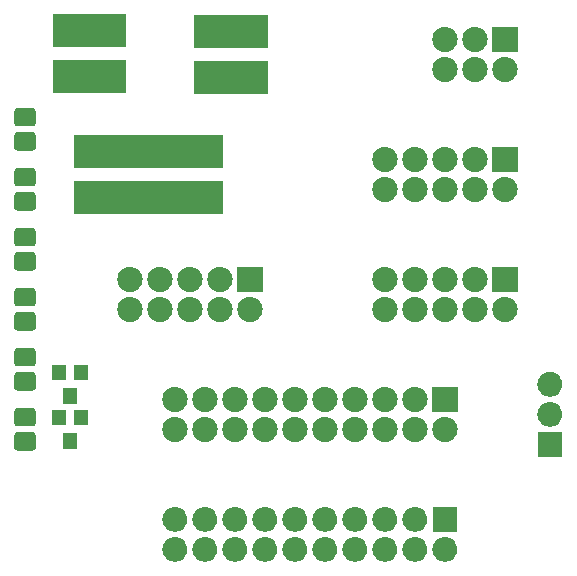
<source format=gbr>
G04 #@! TF.GenerationSoftware,KiCad,Pcbnew,5.0.2-bee76a0~70~ubuntu18.10.1*
G04 #@! TF.CreationDate,2018-12-21T17:56:49+01:00*
G04 #@! TF.ProjectId,jtag_adapter,6a746167-5f61-4646-9170-7465722e6b69,rev?*
G04 #@! TF.SameCoordinates,Original*
G04 #@! TF.FileFunction,Soldermask,Top*
G04 #@! TF.FilePolarity,Negative*
%FSLAX46Y46*%
G04 Gerber Fmt 4.6, Leading zero omitted, Abs format (unit mm)*
G04 Created by KiCad (PCBNEW 5.0.2-bee76a0~70~ubuntu18.10.1) date Fri 21 Dec 2018 05:56:49 PM CET*
%MOMM*%
%LPD*%
G01*
G04 APERTURE LIST*
%ADD10C,0.100000*%
G04 APERTURE END LIST*
D10*
G36*
X152528707Y-109447596D02*
X152605836Y-109455193D01*
X152737787Y-109495220D01*
X152803763Y-109515233D01*
X152986172Y-109612733D01*
X153146054Y-109743946D01*
X153277267Y-109903828D01*
X153374767Y-110086237D01*
X153374767Y-110086238D01*
X153434807Y-110284164D01*
X153455080Y-110490000D01*
X153434807Y-110695836D01*
X153394780Y-110827787D01*
X153374767Y-110893763D01*
X153277267Y-111076172D01*
X153146054Y-111236054D01*
X152986172Y-111367267D01*
X152803763Y-111464767D01*
X152737787Y-111484780D01*
X152605836Y-111524807D01*
X152528707Y-111532404D01*
X152451580Y-111540000D01*
X152348420Y-111540000D01*
X152271293Y-111532404D01*
X152194164Y-111524807D01*
X152062213Y-111484780D01*
X151996237Y-111464767D01*
X151813828Y-111367267D01*
X151653946Y-111236054D01*
X151522733Y-111076172D01*
X151425233Y-110893763D01*
X151405220Y-110827787D01*
X151365193Y-110695836D01*
X151344920Y-110490000D01*
X151365193Y-110284164D01*
X151425233Y-110086238D01*
X151425233Y-110086237D01*
X151522733Y-109903828D01*
X151653946Y-109743946D01*
X151813828Y-109612733D01*
X151996237Y-109515233D01*
X152062213Y-109495220D01*
X152194164Y-109455193D01*
X152271293Y-109447596D01*
X152348420Y-109440000D01*
X152451580Y-109440000D01*
X152528707Y-109447596D01*
X152528707Y-109447596D01*
G37*
G36*
X149988707Y-109447596D02*
X150065836Y-109455193D01*
X150197787Y-109495220D01*
X150263763Y-109515233D01*
X150446172Y-109612733D01*
X150606054Y-109743946D01*
X150737267Y-109903828D01*
X150834767Y-110086237D01*
X150834767Y-110086238D01*
X150894807Y-110284164D01*
X150915080Y-110490000D01*
X150894807Y-110695836D01*
X150854780Y-110827787D01*
X150834767Y-110893763D01*
X150737267Y-111076172D01*
X150606054Y-111236054D01*
X150446172Y-111367267D01*
X150263763Y-111464767D01*
X150197787Y-111484780D01*
X150065836Y-111524807D01*
X149988707Y-111532404D01*
X149911580Y-111540000D01*
X149808420Y-111540000D01*
X149731293Y-111532404D01*
X149654164Y-111524807D01*
X149522213Y-111484780D01*
X149456237Y-111464767D01*
X149273828Y-111367267D01*
X149113946Y-111236054D01*
X148982733Y-111076172D01*
X148885233Y-110893763D01*
X148865220Y-110827787D01*
X148825193Y-110695836D01*
X148804920Y-110490000D01*
X148825193Y-110284164D01*
X148885233Y-110086238D01*
X148885233Y-110086237D01*
X148982733Y-109903828D01*
X149113946Y-109743946D01*
X149273828Y-109612733D01*
X149456237Y-109515233D01*
X149522213Y-109495220D01*
X149654164Y-109455193D01*
X149731293Y-109447596D01*
X149808420Y-109440000D01*
X149911580Y-109440000D01*
X149988707Y-109447596D01*
X149988707Y-109447596D01*
G37*
G36*
X129668707Y-109447596D02*
X129745836Y-109455193D01*
X129877787Y-109495220D01*
X129943763Y-109515233D01*
X130126172Y-109612733D01*
X130286054Y-109743946D01*
X130417267Y-109903828D01*
X130514767Y-110086237D01*
X130514767Y-110086238D01*
X130574807Y-110284164D01*
X130595080Y-110490000D01*
X130574807Y-110695836D01*
X130534780Y-110827787D01*
X130514767Y-110893763D01*
X130417267Y-111076172D01*
X130286054Y-111236054D01*
X130126172Y-111367267D01*
X129943763Y-111464767D01*
X129877787Y-111484780D01*
X129745836Y-111524807D01*
X129668707Y-111532404D01*
X129591580Y-111540000D01*
X129488420Y-111540000D01*
X129411293Y-111532404D01*
X129334164Y-111524807D01*
X129202213Y-111484780D01*
X129136237Y-111464767D01*
X128953828Y-111367267D01*
X128793946Y-111236054D01*
X128662733Y-111076172D01*
X128565233Y-110893763D01*
X128545220Y-110827787D01*
X128505193Y-110695836D01*
X128484920Y-110490000D01*
X128505193Y-110284164D01*
X128565233Y-110086238D01*
X128565233Y-110086237D01*
X128662733Y-109903828D01*
X128793946Y-109743946D01*
X128953828Y-109612733D01*
X129136237Y-109515233D01*
X129202213Y-109495220D01*
X129334164Y-109455193D01*
X129411293Y-109447596D01*
X129488420Y-109440000D01*
X129591580Y-109440000D01*
X129668707Y-109447596D01*
X129668707Y-109447596D01*
G37*
G36*
X132208707Y-109447596D02*
X132285836Y-109455193D01*
X132417787Y-109495220D01*
X132483763Y-109515233D01*
X132666172Y-109612733D01*
X132826054Y-109743946D01*
X132957267Y-109903828D01*
X133054767Y-110086237D01*
X133054767Y-110086238D01*
X133114807Y-110284164D01*
X133135080Y-110490000D01*
X133114807Y-110695836D01*
X133074780Y-110827787D01*
X133054767Y-110893763D01*
X132957267Y-111076172D01*
X132826054Y-111236054D01*
X132666172Y-111367267D01*
X132483763Y-111464767D01*
X132417787Y-111484780D01*
X132285836Y-111524807D01*
X132208707Y-111532404D01*
X132131580Y-111540000D01*
X132028420Y-111540000D01*
X131951293Y-111532404D01*
X131874164Y-111524807D01*
X131742213Y-111484780D01*
X131676237Y-111464767D01*
X131493828Y-111367267D01*
X131333946Y-111236054D01*
X131202733Y-111076172D01*
X131105233Y-110893763D01*
X131085220Y-110827787D01*
X131045193Y-110695836D01*
X131024920Y-110490000D01*
X131045193Y-110284164D01*
X131105233Y-110086238D01*
X131105233Y-110086237D01*
X131202733Y-109903828D01*
X131333946Y-109743946D01*
X131493828Y-109612733D01*
X131676237Y-109515233D01*
X131742213Y-109495220D01*
X131874164Y-109455193D01*
X131951293Y-109447596D01*
X132028420Y-109440000D01*
X132131580Y-109440000D01*
X132208707Y-109447596D01*
X132208707Y-109447596D01*
G37*
G36*
X134748707Y-109447596D02*
X134825836Y-109455193D01*
X134957787Y-109495220D01*
X135023763Y-109515233D01*
X135206172Y-109612733D01*
X135366054Y-109743946D01*
X135497267Y-109903828D01*
X135594767Y-110086237D01*
X135594767Y-110086238D01*
X135654807Y-110284164D01*
X135675080Y-110490000D01*
X135654807Y-110695836D01*
X135614780Y-110827787D01*
X135594767Y-110893763D01*
X135497267Y-111076172D01*
X135366054Y-111236054D01*
X135206172Y-111367267D01*
X135023763Y-111464767D01*
X134957787Y-111484780D01*
X134825836Y-111524807D01*
X134748707Y-111532404D01*
X134671580Y-111540000D01*
X134568420Y-111540000D01*
X134491293Y-111532404D01*
X134414164Y-111524807D01*
X134282213Y-111484780D01*
X134216237Y-111464767D01*
X134033828Y-111367267D01*
X133873946Y-111236054D01*
X133742733Y-111076172D01*
X133645233Y-110893763D01*
X133625220Y-110827787D01*
X133585193Y-110695836D01*
X133564920Y-110490000D01*
X133585193Y-110284164D01*
X133645233Y-110086238D01*
X133645233Y-110086237D01*
X133742733Y-109903828D01*
X133873946Y-109743946D01*
X134033828Y-109612733D01*
X134216237Y-109515233D01*
X134282213Y-109495220D01*
X134414164Y-109455193D01*
X134491293Y-109447596D01*
X134568420Y-109440000D01*
X134671580Y-109440000D01*
X134748707Y-109447596D01*
X134748707Y-109447596D01*
G37*
G36*
X137288707Y-109447596D02*
X137365836Y-109455193D01*
X137497787Y-109495220D01*
X137563763Y-109515233D01*
X137746172Y-109612733D01*
X137906054Y-109743946D01*
X138037267Y-109903828D01*
X138134767Y-110086237D01*
X138134767Y-110086238D01*
X138194807Y-110284164D01*
X138215080Y-110490000D01*
X138194807Y-110695836D01*
X138154780Y-110827787D01*
X138134767Y-110893763D01*
X138037267Y-111076172D01*
X137906054Y-111236054D01*
X137746172Y-111367267D01*
X137563763Y-111464767D01*
X137497787Y-111484780D01*
X137365836Y-111524807D01*
X137288707Y-111532404D01*
X137211580Y-111540000D01*
X137108420Y-111540000D01*
X137031293Y-111532404D01*
X136954164Y-111524807D01*
X136822213Y-111484780D01*
X136756237Y-111464767D01*
X136573828Y-111367267D01*
X136413946Y-111236054D01*
X136282733Y-111076172D01*
X136185233Y-110893763D01*
X136165220Y-110827787D01*
X136125193Y-110695836D01*
X136104920Y-110490000D01*
X136125193Y-110284164D01*
X136185233Y-110086238D01*
X136185233Y-110086237D01*
X136282733Y-109903828D01*
X136413946Y-109743946D01*
X136573828Y-109612733D01*
X136756237Y-109515233D01*
X136822213Y-109495220D01*
X136954164Y-109455193D01*
X137031293Y-109447596D01*
X137108420Y-109440000D01*
X137211580Y-109440000D01*
X137288707Y-109447596D01*
X137288707Y-109447596D01*
G37*
G36*
X142368707Y-109447596D02*
X142445836Y-109455193D01*
X142577787Y-109495220D01*
X142643763Y-109515233D01*
X142826172Y-109612733D01*
X142986054Y-109743946D01*
X143117267Y-109903828D01*
X143214767Y-110086237D01*
X143214767Y-110086238D01*
X143274807Y-110284164D01*
X143295080Y-110490000D01*
X143274807Y-110695836D01*
X143234780Y-110827787D01*
X143214767Y-110893763D01*
X143117267Y-111076172D01*
X142986054Y-111236054D01*
X142826172Y-111367267D01*
X142643763Y-111464767D01*
X142577787Y-111484780D01*
X142445836Y-111524807D01*
X142368707Y-111532404D01*
X142291580Y-111540000D01*
X142188420Y-111540000D01*
X142111293Y-111532404D01*
X142034164Y-111524807D01*
X141902213Y-111484780D01*
X141836237Y-111464767D01*
X141653828Y-111367267D01*
X141493946Y-111236054D01*
X141362733Y-111076172D01*
X141265233Y-110893763D01*
X141245220Y-110827787D01*
X141205193Y-110695836D01*
X141184920Y-110490000D01*
X141205193Y-110284164D01*
X141265233Y-110086238D01*
X141265233Y-110086237D01*
X141362733Y-109903828D01*
X141493946Y-109743946D01*
X141653828Y-109612733D01*
X141836237Y-109515233D01*
X141902213Y-109495220D01*
X142034164Y-109455193D01*
X142111293Y-109447596D01*
X142188420Y-109440000D01*
X142291580Y-109440000D01*
X142368707Y-109447596D01*
X142368707Y-109447596D01*
G37*
G36*
X139828707Y-109447596D02*
X139905836Y-109455193D01*
X140037787Y-109495220D01*
X140103763Y-109515233D01*
X140286172Y-109612733D01*
X140446054Y-109743946D01*
X140577267Y-109903828D01*
X140674767Y-110086237D01*
X140674767Y-110086238D01*
X140734807Y-110284164D01*
X140755080Y-110490000D01*
X140734807Y-110695836D01*
X140694780Y-110827787D01*
X140674767Y-110893763D01*
X140577267Y-111076172D01*
X140446054Y-111236054D01*
X140286172Y-111367267D01*
X140103763Y-111464767D01*
X140037787Y-111484780D01*
X139905836Y-111524807D01*
X139828707Y-111532404D01*
X139751580Y-111540000D01*
X139648420Y-111540000D01*
X139571293Y-111532404D01*
X139494164Y-111524807D01*
X139362213Y-111484780D01*
X139296237Y-111464767D01*
X139113828Y-111367267D01*
X138953946Y-111236054D01*
X138822733Y-111076172D01*
X138725233Y-110893763D01*
X138705220Y-110827787D01*
X138665193Y-110695836D01*
X138644920Y-110490000D01*
X138665193Y-110284164D01*
X138725233Y-110086238D01*
X138725233Y-110086237D01*
X138822733Y-109903828D01*
X138953946Y-109743946D01*
X139113828Y-109612733D01*
X139296237Y-109515233D01*
X139362213Y-109495220D01*
X139494164Y-109455193D01*
X139571293Y-109447596D01*
X139648420Y-109440000D01*
X139751580Y-109440000D01*
X139828707Y-109447596D01*
X139828707Y-109447596D01*
G37*
G36*
X147448707Y-109447596D02*
X147525836Y-109455193D01*
X147657787Y-109495220D01*
X147723763Y-109515233D01*
X147906172Y-109612733D01*
X148066054Y-109743946D01*
X148197267Y-109903828D01*
X148294767Y-110086237D01*
X148294767Y-110086238D01*
X148354807Y-110284164D01*
X148375080Y-110490000D01*
X148354807Y-110695836D01*
X148314780Y-110827787D01*
X148294767Y-110893763D01*
X148197267Y-111076172D01*
X148066054Y-111236054D01*
X147906172Y-111367267D01*
X147723763Y-111464767D01*
X147657787Y-111484780D01*
X147525836Y-111524807D01*
X147448707Y-111532404D01*
X147371580Y-111540000D01*
X147268420Y-111540000D01*
X147191293Y-111532404D01*
X147114164Y-111524807D01*
X146982213Y-111484780D01*
X146916237Y-111464767D01*
X146733828Y-111367267D01*
X146573946Y-111236054D01*
X146442733Y-111076172D01*
X146345233Y-110893763D01*
X146325220Y-110827787D01*
X146285193Y-110695836D01*
X146264920Y-110490000D01*
X146285193Y-110284164D01*
X146345233Y-110086238D01*
X146345233Y-110086237D01*
X146442733Y-109903828D01*
X146573946Y-109743946D01*
X146733828Y-109612733D01*
X146916237Y-109515233D01*
X146982213Y-109495220D01*
X147114164Y-109455193D01*
X147191293Y-109447596D01*
X147268420Y-109440000D01*
X147371580Y-109440000D01*
X147448707Y-109447596D01*
X147448707Y-109447596D01*
G37*
G36*
X144908707Y-109447596D02*
X144985836Y-109455193D01*
X145117787Y-109495220D01*
X145183763Y-109515233D01*
X145366172Y-109612733D01*
X145526054Y-109743946D01*
X145657267Y-109903828D01*
X145754767Y-110086237D01*
X145754767Y-110086238D01*
X145814807Y-110284164D01*
X145835080Y-110490000D01*
X145814807Y-110695836D01*
X145774780Y-110827787D01*
X145754767Y-110893763D01*
X145657267Y-111076172D01*
X145526054Y-111236054D01*
X145366172Y-111367267D01*
X145183763Y-111464767D01*
X145117787Y-111484780D01*
X144985836Y-111524807D01*
X144908707Y-111532404D01*
X144831580Y-111540000D01*
X144728420Y-111540000D01*
X144651293Y-111532404D01*
X144574164Y-111524807D01*
X144442213Y-111484780D01*
X144376237Y-111464767D01*
X144193828Y-111367267D01*
X144033946Y-111236054D01*
X143902733Y-111076172D01*
X143805233Y-110893763D01*
X143785220Y-110827787D01*
X143745193Y-110695836D01*
X143724920Y-110490000D01*
X143745193Y-110284164D01*
X143805233Y-110086238D01*
X143805233Y-110086237D01*
X143902733Y-109903828D01*
X144033946Y-109743946D01*
X144193828Y-109612733D01*
X144376237Y-109515233D01*
X144442213Y-109495220D01*
X144574164Y-109455193D01*
X144651293Y-109447596D01*
X144728420Y-109440000D01*
X144831580Y-109440000D01*
X144908707Y-109447596D01*
X144908707Y-109447596D01*
G37*
G36*
X144908707Y-106907596D02*
X144985836Y-106915193D01*
X145117787Y-106955220D01*
X145183763Y-106975233D01*
X145366172Y-107072733D01*
X145526054Y-107203946D01*
X145657267Y-107363828D01*
X145754767Y-107546237D01*
X145754767Y-107546238D01*
X145814807Y-107744164D01*
X145835080Y-107950000D01*
X145814807Y-108155836D01*
X145774780Y-108287787D01*
X145754767Y-108353763D01*
X145657267Y-108536172D01*
X145526054Y-108696054D01*
X145366172Y-108827267D01*
X145183763Y-108924767D01*
X145117787Y-108944780D01*
X144985836Y-108984807D01*
X144908707Y-108992403D01*
X144831580Y-109000000D01*
X144728420Y-109000000D01*
X144651293Y-108992403D01*
X144574164Y-108984807D01*
X144442213Y-108944780D01*
X144376237Y-108924767D01*
X144193828Y-108827267D01*
X144033946Y-108696054D01*
X143902733Y-108536172D01*
X143805233Y-108353763D01*
X143785220Y-108287787D01*
X143745193Y-108155836D01*
X143724920Y-107950000D01*
X143745193Y-107744164D01*
X143805233Y-107546238D01*
X143805233Y-107546237D01*
X143902733Y-107363828D01*
X144033946Y-107203946D01*
X144193828Y-107072733D01*
X144376237Y-106975233D01*
X144442213Y-106955220D01*
X144574164Y-106915193D01*
X144651293Y-106907596D01*
X144728420Y-106900000D01*
X144831580Y-106900000D01*
X144908707Y-106907596D01*
X144908707Y-106907596D01*
G37*
G36*
X147448707Y-106907596D02*
X147525836Y-106915193D01*
X147657787Y-106955220D01*
X147723763Y-106975233D01*
X147906172Y-107072733D01*
X148066054Y-107203946D01*
X148197267Y-107363828D01*
X148294767Y-107546237D01*
X148294767Y-107546238D01*
X148354807Y-107744164D01*
X148375080Y-107950000D01*
X148354807Y-108155836D01*
X148314780Y-108287787D01*
X148294767Y-108353763D01*
X148197267Y-108536172D01*
X148066054Y-108696054D01*
X147906172Y-108827267D01*
X147723763Y-108924767D01*
X147657787Y-108944780D01*
X147525836Y-108984807D01*
X147448707Y-108992403D01*
X147371580Y-109000000D01*
X147268420Y-109000000D01*
X147191293Y-108992403D01*
X147114164Y-108984807D01*
X146982213Y-108944780D01*
X146916237Y-108924767D01*
X146733828Y-108827267D01*
X146573946Y-108696054D01*
X146442733Y-108536172D01*
X146345233Y-108353763D01*
X146325220Y-108287787D01*
X146285193Y-108155836D01*
X146264920Y-107950000D01*
X146285193Y-107744164D01*
X146345233Y-107546238D01*
X146345233Y-107546237D01*
X146442733Y-107363828D01*
X146573946Y-107203946D01*
X146733828Y-107072733D01*
X146916237Y-106975233D01*
X146982213Y-106955220D01*
X147114164Y-106915193D01*
X147191293Y-106907596D01*
X147268420Y-106900000D01*
X147371580Y-106900000D01*
X147448707Y-106907596D01*
X147448707Y-106907596D01*
G37*
G36*
X142368707Y-106907596D02*
X142445836Y-106915193D01*
X142577787Y-106955220D01*
X142643763Y-106975233D01*
X142826172Y-107072733D01*
X142986054Y-107203946D01*
X143117267Y-107363828D01*
X143214767Y-107546237D01*
X143214767Y-107546238D01*
X143274807Y-107744164D01*
X143295080Y-107950000D01*
X143274807Y-108155836D01*
X143234780Y-108287787D01*
X143214767Y-108353763D01*
X143117267Y-108536172D01*
X142986054Y-108696054D01*
X142826172Y-108827267D01*
X142643763Y-108924767D01*
X142577787Y-108944780D01*
X142445836Y-108984807D01*
X142368707Y-108992403D01*
X142291580Y-109000000D01*
X142188420Y-109000000D01*
X142111293Y-108992403D01*
X142034164Y-108984807D01*
X141902213Y-108944780D01*
X141836237Y-108924767D01*
X141653828Y-108827267D01*
X141493946Y-108696054D01*
X141362733Y-108536172D01*
X141265233Y-108353763D01*
X141245220Y-108287787D01*
X141205193Y-108155836D01*
X141184920Y-107950000D01*
X141205193Y-107744164D01*
X141265233Y-107546238D01*
X141265233Y-107546237D01*
X141362733Y-107363828D01*
X141493946Y-107203946D01*
X141653828Y-107072733D01*
X141836237Y-106975233D01*
X141902213Y-106955220D01*
X142034164Y-106915193D01*
X142111293Y-106907596D01*
X142188420Y-106900000D01*
X142291580Y-106900000D01*
X142368707Y-106907596D01*
X142368707Y-106907596D01*
G37*
G36*
X139828707Y-106907596D02*
X139905836Y-106915193D01*
X140037787Y-106955220D01*
X140103763Y-106975233D01*
X140286172Y-107072733D01*
X140446054Y-107203946D01*
X140577267Y-107363828D01*
X140674767Y-107546237D01*
X140674767Y-107546238D01*
X140734807Y-107744164D01*
X140755080Y-107950000D01*
X140734807Y-108155836D01*
X140694780Y-108287787D01*
X140674767Y-108353763D01*
X140577267Y-108536172D01*
X140446054Y-108696054D01*
X140286172Y-108827267D01*
X140103763Y-108924767D01*
X140037787Y-108944780D01*
X139905836Y-108984807D01*
X139828707Y-108992403D01*
X139751580Y-109000000D01*
X139648420Y-109000000D01*
X139571293Y-108992403D01*
X139494164Y-108984807D01*
X139362213Y-108944780D01*
X139296237Y-108924767D01*
X139113828Y-108827267D01*
X138953946Y-108696054D01*
X138822733Y-108536172D01*
X138725233Y-108353763D01*
X138705220Y-108287787D01*
X138665193Y-108155836D01*
X138644920Y-107950000D01*
X138665193Y-107744164D01*
X138725233Y-107546238D01*
X138725233Y-107546237D01*
X138822733Y-107363828D01*
X138953946Y-107203946D01*
X139113828Y-107072733D01*
X139296237Y-106975233D01*
X139362213Y-106955220D01*
X139494164Y-106915193D01*
X139571293Y-106907596D01*
X139648420Y-106900000D01*
X139751580Y-106900000D01*
X139828707Y-106907596D01*
X139828707Y-106907596D01*
G37*
G36*
X137288707Y-106907596D02*
X137365836Y-106915193D01*
X137497787Y-106955220D01*
X137563763Y-106975233D01*
X137746172Y-107072733D01*
X137906054Y-107203946D01*
X138037267Y-107363828D01*
X138134767Y-107546237D01*
X138134767Y-107546238D01*
X138194807Y-107744164D01*
X138215080Y-107950000D01*
X138194807Y-108155836D01*
X138154780Y-108287787D01*
X138134767Y-108353763D01*
X138037267Y-108536172D01*
X137906054Y-108696054D01*
X137746172Y-108827267D01*
X137563763Y-108924767D01*
X137497787Y-108944780D01*
X137365836Y-108984807D01*
X137288707Y-108992403D01*
X137211580Y-109000000D01*
X137108420Y-109000000D01*
X137031293Y-108992403D01*
X136954164Y-108984807D01*
X136822213Y-108944780D01*
X136756237Y-108924767D01*
X136573828Y-108827267D01*
X136413946Y-108696054D01*
X136282733Y-108536172D01*
X136185233Y-108353763D01*
X136165220Y-108287787D01*
X136125193Y-108155836D01*
X136104920Y-107950000D01*
X136125193Y-107744164D01*
X136185233Y-107546238D01*
X136185233Y-107546237D01*
X136282733Y-107363828D01*
X136413946Y-107203946D01*
X136573828Y-107072733D01*
X136756237Y-106975233D01*
X136822213Y-106955220D01*
X136954164Y-106915193D01*
X137031293Y-106907596D01*
X137108420Y-106900000D01*
X137211580Y-106900000D01*
X137288707Y-106907596D01*
X137288707Y-106907596D01*
G37*
G36*
X134748707Y-106907596D02*
X134825836Y-106915193D01*
X134957787Y-106955220D01*
X135023763Y-106975233D01*
X135206172Y-107072733D01*
X135366054Y-107203946D01*
X135497267Y-107363828D01*
X135594767Y-107546237D01*
X135594767Y-107546238D01*
X135654807Y-107744164D01*
X135675080Y-107950000D01*
X135654807Y-108155836D01*
X135614780Y-108287787D01*
X135594767Y-108353763D01*
X135497267Y-108536172D01*
X135366054Y-108696054D01*
X135206172Y-108827267D01*
X135023763Y-108924767D01*
X134957787Y-108944780D01*
X134825836Y-108984807D01*
X134748707Y-108992403D01*
X134671580Y-109000000D01*
X134568420Y-109000000D01*
X134491293Y-108992403D01*
X134414164Y-108984807D01*
X134282213Y-108944780D01*
X134216237Y-108924767D01*
X134033828Y-108827267D01*
X133873946Y-108696054D01*
X133742733Y-108536172D01*
X133645233Y-108353763D01*
X133625220Y-108287787D01*
X133585193Y-108155836D01*
X133564920Y-107950000D01*
X133585193Y-107744164D01*
X133645233Y-107546238D01*
X133645233Y-107546237D01*
X133742733Y-107363828D01*
X133873946Y-107203946D01*
X134033828Y-107072733D01*
X134216237Y-106975233D01*
X134282213Y-106955220D01*
X134414164Y-106915193D01*
X134491293Y-106907596D01*
X134568420Y-106900000D01*
X134671580Y-106900000D01*
X134748707Y-106907596D01*
X134748707Y-106907596D01*
G37*
G36*
X132208707Y-106907596D02*
X132285836Y-106915193D01*
X132417787Y-106955220D01*
X132483763Y-106975233D01*
X132666172Y-107072733D01*
X132826054Y-107203946D01*
X132957267Y-107363828D01*
X133054767Y-107546237D01*
X133054767Y-107546238D01*
X133114807Y-107744164D01*
X133135080Y-107950000D01*
X133114807Y-108155836D01*
X133074780Y-108287787D01*
X133054767Y-108353763D01*
X132957267Y-108536172D01*
X132826054Y-108696054D01*
X132666172Y-108827267D01*
X132483763Y-108924767D01*
X132417787Y-108944780D01*
X132285836Y-108984807D01*
X132208707Y-108992403D01*
X132131580Y-109000000D01*
X132028420Y-109000000D01*
X131951293Y-108992403D01*
X131874164Y-108984807D01*
X131742213Y-108944780D01*
X131676237Y-108924767D01*
X131493828Y-108827267D01*
X131333946Y-108696054D01*
X131202733Y-108536172D01*
X131105233Y-108353763D01*
X131085220Y-108287787D01*
X131045193Y-108155836D01*
X131024920Y-107950000D01*
X131045193Y-107744164D01*
X131105233Y-107546238D01*
X131105233Y-107546237D01*
X131202733Y-107363828D01*
X131333946Y-107203946D01*
X131493828Y-107072733D01*
X131676237Y-106975233D01*
X131742213Y-106955220D01*
X131874164Y-106915193D01*
X131951293Y-106907596D01*
X132028420Y-106900000D01*
X132131580Y-106900000D01*
X132208707Y-106907596D01*
X132208707Y-106907596D01*
G37*
G36*
X129668707Y-106907596D02*
X129745836Y-106915193D01*
X129877787Y-106955220D01*
X129943763Y-106975233D01*
X130126172Y-107072733D01*
X130286054Y-107203946D01*
X130417267Y-107363828D01*
X130514767Y-107546237D01*
X130514767Y-107546238D01*
X130574807Y-107744164D01*
X130595080Y-107950000D01*
X130574807Y-108155836D01*
X130534780Y-108287787D01*
X130514767Y-108353763D01*
X130417267Y-108536172D01*
X130286054Y-108696054D01*
X130126172Y-108827267D01*
X129943763Y-108924767D01*
X129877787Y-108944780D01*
X129745836Y-108984807D01*
X129668707Y-108992403D01*
X129591580Y-109000000D01*
X129488420Y-109000000D01*
X129411293Y-108992403D01*
X129334164Y-108984807D01*
X129202213Y-108944780D01*
X129136237Y-108924767D01*
X128953828Y-108827267D01*
X128793946Y-108696054D01*
X128662733Y-108536172D01*
X128565233Y-108353763D01*
X128545220Y-108287787D01*
X128505193Y-108155836D01*
X128484920Y-107950000D01*
X128505193Y-107744164D01*
X128565233Y-107546238D01*
X128565233Y-107546237D01*
X128662733Y-107363828D01*
X128793946Y-107203946D01*
X128953828Y-107072733D01*
X129136237Y-106975233D01*
X129202213Y-106955220D01*
X129334164Y-106915193D01*
X129411293Y-106907596D01*
X129488420Y-106900000D01*
X129591580Y-106900000D01*
X129668707Y-106907596D01*
X129668707Y-106907596D01*
G37*
G36*
X153450000Y-109000000D02*
X151350000Y-109000000D01*
X151350000Y-106900000D01*
X153450000Y-106900000D01*
X153450000Y-109000000D01*
X153450000Y-109000000D01*
G37*
G36*
X149988707Y-106907596D02*
X150065836Y-106915193D01*
X150197787Y-106955220D01*
X150263763Y-106975233D01*
X150446172Y-107072733D01*
X150606054Y-107203946D01*
X150737267Y-107363828D01*
X150834767Y-107546237D01*
X150834767Y-107546238D01*
X150894807Y-107744164D01*
X150915080Y-107950000D01*
X150894807Y-108155836D01*
X150854780Y-108287787D01*
X150834767Y-108353763D01*
X150737267Y-108536172D01*
X150606054Y-108696054D01*
X150446172Y-108827267D01*
X150263763Y-108924767D01*
X150197787Y-108944780D01*
X150065836Y-108984807D01*
X149988707Y-108992403D01*
X149911580Y-109000000D01*
X149808420Y-109000000D01*
X149731293Y-108992403D01*
X149654164Y-108984807D01*
X149522213Y-108944780D01*
X149456237Y-108924767D01*
X149273828Y-108827267D01*
X149113946Y-108696054D01*
X148982733Y-108536172D01*
X148885233Y-108353763D01*
X148865220Y-108287787D01*
X148825193Y-108155836D01*
X148804920Y-107950000D01*
X148825193Y-107744164D01*
X148885233Y-107546238D01*
X148885233Y-107546237D01*
X148982733Y-107363828D01*
X149113946Y-107203946D01*
X149273828Y-107072733D01*
X149456237Y-106975233D01*
X149522213Y-106955220D01*
X149654164Y-106915193D01*
X149731293Y-106907596D01*
X149808420Y-106900000D01*
X149911580Y-106900000D01*
X149988707Y-106907596D01*
X149988707Y-106907596D01*
G37*
G36*
X162340000Y-102650000D02*
X160240000Y-102650000D01*
X160240000Y-100550000D01*
X162340000Y-100550000D01*
X162340000Y-102650000D01*
X162340000Y-102650000D01*
G37*
G36*
X117525530Y-100585710D02*
X117575379Y-100600831D01*
X117621311Y-100625382D01*
X117661574Y-100658426D01*
X117694618Y-100698689D01*
X117719169Y-100744621D01*
X117734290Y-100794470D01*
X117740000Y-100852444D01*
X117740000Y-101857556D01*
X117734290Y-101915530D01*
X117719169Y-101965379D01*
X117694618Y-102011311D01*
X117661574Y-102051574D01*
X117621311Y-102084618D01*
X117575379Y-102109169D01*
X117525530Y-102124290D01*
X117467556Y-102130000D01*
X116212444Y-102130000D01*
X116154470Y-102124290D01*
X116104621Y-102109169D01*
X116058689Y-102084618D01*
X116018426Y-102051574D01*
X115985382Y-102011311D01*
X115960831Y-101965379D01*
X115945710Y-101915530D01*
X115940000Y-101857556D01*
X115940000Y-100852444D01*
X115945710Y-100794470D01*
X115960831Y-100744621D01*
X115985382Y-100698689D01*
X116018426Y-100658426D01*
X116058689Y-100625382D01*
X116104621Y-100600831D01*
X116154470Y-100585710D01*
X116212444Y-100580000D01*
X117467556Y-100580000D01*
X117525530Y-100585710D01*
X117525530Y-100585710D01*
G37*
G36*
X121250000Y-101980000D02*
X120050000Y-101980000D01*
X120050000Y-100680000D01*
X121250000Y-100680000D01*
X121250000Y-101980000D01*
X121250000Y-101980000D01*
G37*
G36*
X132288503Y-99281789D02*
X132488991Y-99342607D01*
X132673764Y-99441369D01*
X132835718Y-99574282D01*
X132968631Y-99736236D01*
X133067393Y-99921009D01*
X133128211Y-100121497D01*
X133148746Y-100330000D01*
X133128211Y-100538503D01*
X133067393Y-100738991D01*
X132968631Y-100923764D01*
X132835718Y-101085718D01*
X132673764Y-101218631D01*
X132488991Y-101317393D01*
X132288503Y-101378211D01*
X132132251Y-101393600D01*
X132027749Y-101393600D01*
X131871497Y-101378211D01*
X131671009Y-101317393D01*
X131486236Y-101218631D01*
X131324282Y-101085718D01*
X131191369Y-100923764D01*
X131092607Y-100738991D01*
X131031789Y-100538503D01*
X131011254Y-100330000D01*
X131031789Y-100121497D01*
X131092607Y-99921009D01*
X131191369Y-99736236D01*
X131324282Y-99574282D01*
X131486236Y-99441369D01*
X131671009Y-99342607D01*
X131871497Y-99281789D01*
X132027749Y-99266400D01*
X132132251Y-99266400D01*
X132288503Y-99281789D01*
X132288503Y-99281789D01*
G37*
G36*
X129748503Y-99281789D02*
X129948991Y-99342607D01*
X130133764Y-99441369D01*
X130295718Y-99574282D01*
X130428631Y-99736236D01*
X130527393Y-99921009D01*
X130588211Y-100121497D01*
X130608746Y-100330000D01*
X130588211Y-100538503D01*
X130527393Y-100738991D01*
X130428631Y-100923764D01*
X130295718Y-101085718D01*
X130133764Y-101218631D01*
X129948991Y-101317393D01*
X129748503Y-101378211D01*
X129592251Y-101393600D01*
X129487749Y-101393600D01*
X129331497Y-101378211D01*
X129131009Y-101317393D01*
X128946236Y-101218631D01*
X128784282Y-101085718D01*
X128651369Y-100923764D01*
X128552607Y-100738991D01*
X128491789Y-100538503D01*
X128471254Y-100330000D01*
X128491789Y-100121497D01*
X128552607Y-99921009D01*
X128651369Y-99736236D01*
X128784282Y-99574282D01*
X128946236Y-99441369D01*
X129131009Y-99342607D01*
X129331497Y-99281789D01*
X129487749Y-99266400D01*
X129592251Y-99266400D01*
X129748503Y-99281789D01*
X129748503Y-99281789D01*
G37*
G36*
X152608503Y-99281789D02*
X152808991Y-99342607D01*
X152993764Y-99441369D01*
X153155718Y-99574282D01*
X153288631Y-99736236D01*
X153387393Y-99921009D01*
X153448211Y-100121497D01*
X153468746Y-100330000D01*
X153448211Y-100538503D01*
X153387393Y-100738991D01*
X153288631Y-100923764D01*
X153155718Y-101085718D01*
X152993764Y-101218631D01*
X152808991Y-101317393D01*
X152608503Y-101378211D01*
X152452251Y-101393600D01*
X152347749Y-101393600D01*
X152191497Y-101378211D01*
X151991009Y-101317393D01*
X151806236Y-101218631D01*
X151644282Y-101085718D01*
X151511369Y-100923764D01*
X151412607Y-100738991D01*
X151351789Y-100538503D01*
X151331254Y-100330000D01*
X151351789Y-100121497D01*
X151412607Y-99921009D01*
X151511369Y-99736236D01*
X151644282Y-99574282D01*
X151806236Y-99441369D01*
X151991009Y-99342607D01*
X152191497Y-99281789D01*
X152347749Y-99266400D01*
X152452251Y-99266400D01*
X152608503Y-99281789D01*
X152608503Y-99281789D01*
G37*
G36*
X150068503Y-99281789D02*
X150268991Y-99342607D01*
X150453764Y-99441369D01*
X150615718Y-99574282D01*
X150748631Y-99736236D01*
X150847393Y-99921009D01*
X150908211Y-100121497D01*
X150928746Y-100330000D01*
X150908211Y-100538503D01*
X150847393Y-100738991D01*
X150748631Y-100923764D01*
X150615718Y-101085718D01*
X150453764Y-101218631D01*
X150268991Y-101317393D01*
X150068503Y-101378211D01*
X149912251Y-101393600D01*
X149807749Y-101393600D01*
X149651497Y-101378211D01*
X149451009Y-101317393D01*
X149266236Y-101218631D01*
X149104282Y-101085718D01*
X148971369Y-100923764D01*
X148872607Y-100738991D01*
X148811789Y-100538503D01*
X148791254Y-100330000D01*
X148811789Y-100121497D01*
X148872607Y-99921009D01*
X148971369Y-99736236D01*
X149104282Y-99574282D01*
X149266236Y-99441369D01*
X149451009Y-99342607D01*
X149651497Y-99281789D01*
X149807749Y-99266400D01*
X149912251Y-99266400D01*
X150068503Y-99281789D01*
X150068503Y-99281789D01*
G37*
G36*
X144988503Y-99281789D02*
X145188991Y-99342607D01*
X145373764Y-99441369D01*
X145535718Y-99574282D01*
X145668631Y-99736236D01*
X145767393Y-99921009D01*
X145828211Y-100121497D01*
X145848746Y-100330000D01*
X145828211Y-100538503D01*
X145767393Y-100738991D01*
X145668631Y-100923764D01*
X145535718Y-101085718D01*
X145373764Y-101218631D01*
X145188991Y-101317393D01*
X144988503Y-101378211D01*
X144832251Y-101393600D01*
X144727749Y-101393600D01*
X144571497Y-101378211D01*
X144371009Y-101317393D01*
X144186236Y-101218631D01*
X144024282Y-101085718D01*
X143891369Y-100923764D01*
X143792607Y-100738991D01*
X143731789Y-100538503D01*
X143711254Y-100330000D01*
X143731789Y-100121497D01*
X143792607Y-99921009D01*
X143891369Y-99736236D01*
X144024282Y-99574282D01*
X144186236Y-99441369D01*
X144371009Y-99342607D01*
X144571497Y-99281789D01*
X144727749Y-99266400D01*
X144832251Y-99266400D01*
X144988503Y-99281789D01*
X144988503Y-99281789D01*
G37*
G36*
X139908503Y-99281789D02*
X140108991Y-99342607D01*
X140293764Y-99441369D01*
X140455718Y-99574282D01*
X140588631Y-99736236D01*
X140687393Y-99921009D01*
X140748211Y-100121497D01*
X140768746Y-100330000D01*
X140748211Y-100538503D01*
X140687393Y-100738991D01*
X140588631Y-100923764D01*
X140455718Y-101085718D01*
X140293764Y-101218631D01*
X140108991Y-101317393D01*
X139908503Y-101378211D01*
X139752251Y-101393600D01*
X139647749Y-101393600D01*
X139491497Y-101378211D01*
X139291009Y-101317393D01*
X139106236Y-101218631D01*
X138944282Y-101085718D01*
X138811369Y-100923764D01*
X138712607Y-100738991D01*
X138651789Y-100538503D01*
X138631254Y-100330000D01*
X138651789Y-100121497D01*
X138712607Y-99921009D01*
X138811369Y-99736236D01*
X138944282Y-99574282D01*
X139106236Y-99441369D01*
X139291009Y-99342607D01*
X139491497Y-99281789D01*
X139647749Y-99266400D01*
X139752251Y-99266400D01*
X139908503Y-99281789D01*
X139908503Y-99281789D01*
G37*
G36*
X137368503Y-99281789D02*
X137568991Y-99342607D01*
X137753764Y-99441369D01*
X137915718Y-99574282D01*
X138048631Y-99736236D01*
X138147393Y-99921009D01*
X138208211Y-100121497D01*
X138228746Y-100330000D01*
X138208211Y-100538503D01*
X138147393Y-100738991D01*
X138048631Y-100923764D01*
X137915718Y-101085718D01*
X137753764Y-101218631D01*
X137568991Y-101317393D01*
X137368503Y-101378211D01*
X137212251Y-101393600D01*
X137107749Y-101393600D01*
X136951497Y-101378211D01*
X136751009Y-101317393D01*
X136566236Y-101218631D01*
X136404282Y-101085718D01*
X136271369Y-100923764D01*
X136172607Y-100738991D01*
X136111789Y-100538503D01*
X136091254Y-100330000D01*
X136111789Y-100121497D01*
X136172607Y-99921009D01*
X136271369Y-99736236D01*
X136404282Y-99574282D01*
X136566236Y-99441369D01*
X136751009Y-99342607D01*
X136951497Y-99281789D01*
X137107749Y-99266400D01*
X137212251Y-99266400D01*
X137368503Y-99281789D01*
X137368503Y-99281789D01*
G37*
G36*
X147528503Y-99281789D02*
X147728991Y-99342607D01*
X147913764Y-99441369D01*
X148075718Y-99574282D01*
X148208631Y-99736236D01*
X148307393Y-99921009D01*
X148368211Y-100121497D01*
X148388746Y-100330000D01*
X148368211Y-100538503D01*
X148307393Y-100738991D01*
X148208631Y-100923764D01*
X148075718Y-101085718D01*
X147913764Y-101218631D01*
X147728991Y-101317393D01*
X147528503Y-101378211D01*
X147372251Y-101393600D01*
X147267749Y-101393600D01*
X147111497Y-101378211D01*
X146911009Y-101317393D01*
X146726236Y-101218631D01*
X146564282Y-101085718D01*
X146431369Y-100923764D01*
X146332607Y-100738991D01*
X146271789Y-100538503D01*
X146251254Y-100330000D01*
X146271789Y-100121497D01*
X146332607Y-99921009D01*
X146431369Y-99736236D01*
X146564282Y-99574282D01*
X146726236Y-99441369D01*
X146911009Y-99342607D01*
X147111497Y-99281789D01*
X147267749Y-99266400D01*
X147372251Y-99266400D01*
X147528503Y-99281789D01*
X147528503Y-99281789D01*
G37*
G36*
X134828503Y-99281789D02*
X135028991Y-99342607D01*
X135213764Y-99441369D01*
X135375718Y-99574282D01*
X135508631Y-99736236D01*
X135607393Y-99921009D01*
X135668211Y-100121497D01*
X135688746Y-100330000D01*
X135668211Y-100538503D01*
X135607393Y-100738991D01*
X135508631Y-100923764D01*
X135375718Y-101085718D01*
X135213764Y-101218631D01*
X135028991Y-101317393D01*
X134828503Y-101378211D01*
X134672251Y-101393600D01*
X134567749Y-101393600D01*
X134411497Y-101378211D01*
X134211009Y-101317393D01*
X134026236Y-101218631D01*
X133864282Y-101085718D01*
X133731369Y-100923764D01*
X133632607Y-100738991D01*
X133571789Y-100538503D01*
X133551254Y-100330000D01*
X133571789Y-100121497D01*
X133632607Y-99921009D01*
X133731369Y-99736236D01*
X133864282Y-99574282D01*
X134026236Y-99441369D01*
X134211009Y-99342607D01*
X134411497Y-99281789D01*
X134567749Y-99266400D01*
X134672251Y-99266400D01*
X134828503Y-99281789D01*
X134828503Y-99281789D01*
G37*
G36*
X142448503Y-99281789D02*
X142648991Y-99342607D01*
X142833764Y-99441369D01*
X142995718Y-99574282D01*
X143128631Y-99736236D01*
X143227393Y-99921009D01*
X143288211Y-100121497D01*
X143308746Y-100330000D01*
X143288211Y-100538503D01*
X143227393Y-100738991D01*
X143128631Y-100923764D01*
X142995718Y-101085718D01*
X142833764Y-101218631D01*
X142648991Y-101317393D01*
X142448503Y-101378211D01*
X142292251Y-101393600D01*
X142187749Y-101393600D01*
X142031497Y-101378211D01*
X141831009Y-101317393D01*
X141646236Y-101218631D01*
X141484282Y-101085718D01*
X141351369Y-100923764D01*
X141252607Y-100738991D01*
X141191789Y-100538503D01*
X141171254Y-100330000D01*
X141191789Y-100121497D01*
X141252607Y-99921009D01*
X141351369Y-99736236D01*
X141484282Y-99574282D01*
X141646236Y-99441369D01*
X141831009Y-99342607D01*
X142031497Y-99281789D01*
X142187749Y-99266400D01*
X142292251Y-99266400D01*
X142448503Y-99281789D01*
X142448503Y-99281789D01*
G37*
G36*
X161418707Y-98017596D02*
X161495836Y-98025193D01*
X161627787Y-98065220D01*
X161693763Y-98085233D01*
X161876172Y-98182733D01*
X162036054Y-98313946D01*
X162167267Y-98473828D01*
X162264767Y-98656237D01*
X162264767Y-98656238D01*
X162324807Y-98854164D01*
X162345080Y-99060000D01*
X162324807Y-99265836D01*
X162319967Y-99281790D01*
X162264767Y-99463763D01*
X162167267Y-99646172D01*
X162036054Y-99806054D01*
X161876172Y-99937267D01*
X161693763Y-100034767D01*
X161629202Y-100054351D01*
X161495836Y-100094807D01*
X161418707Y-100102403D01*
X161341580Y-100110000D01*
X161238420Y-100110000D01*
X161161293Y-100102403D01*
X161084164Y-100094807D01*
X160950798Y-100054351D01*
X160886237Y-100034767D01*
X160703828Y-99937267D01*
X160543946Y-99806054D01*
X160412733Y-99646172D01*
X160315233Y-99463763D01*
X160260033Y-99281790D01*
X160255193Y-99265836D01*
X160234920Y-99060000D01*
X160255193Y-98854164D01*
X160315233Y-98656238D01*
X160315233Y-98656237D01*
X160412733Y-98473828D01*
X160543946Y-98313946D01*
X160703828Y-98182733D01*
X160886237Y-98085233D01*
X160952213Y-98065220D01*
X161084164Y-98025193D01*
X161161293Y-98017596D01*
X161238420Y-98010000D01*
X161341580Y-98010000D01*
X161418707Y-98017596D01*
X161418707Y-98017596D01*
G37*
G36*
X117525530Y-98535710D02*
X117575379Y-98550831D01*
X117621311Y-98575382D01*
X117661574Y-98608426D01*
X117694618Y-98648689D01*
X117719169Y-98694621D01*
X117734290Y-98744470D01*
X117740000Y-98802444D01*
X117740000Y-99807556D01*
X117734290Y-99865530D01*
X117719169Y-99915379D01*
X117694618Y-99961311D01*
X117661574Y-100001574D01*
X117621311Y-100034618D01*
X117575379Y-100059169D01*
X117525530Y-100074290D01*
X117467556Y-100080000D01*
X116212444Y-100080000D01*
X116154470Y-100074290D01*
X116104621Y-100059169D01*
X116058689Y-100034618D01*
X116018426Y-100001574D01*
X115985382Y-99961311D01*
X115960831Y-99915379D01*
X115945710Y-99865530D01*
X115940000Y-99807556D01*
X115940000Y-98802444D01*
X115945710Y-98744470D01*
X115960831Y-98694621D01*
X115985382Y-98648689D01*
X116018426Y-98608426D01*
X116058689Y-98575382D01*
X116104621Y-98550831D01*
X116154470Y-98535710D01*
X116212444Y-98530000D01*
X117467556Y-98530000D01*
X117525530Y-98535710D01*
X117525530Y-98535710D01*
G37*
G36*
X122200000Y-99980000D02*
X121000000Y-99980000D01*
X121000000Y-98680000D01*
X122200000Y-98680000D01*
X122200000Y-99980000D01*
X122200000Y-99980000D01*
G37*
G36*
X120300000Y-99980000D02*
X119100000Y-99980000D01*
X119100000Y-98680000D01*
X120300000Y-98680000D01*
X120300000Y-99980000D01*
X120300000Y-99980000D01*
G37*
G36*
X129748503Y-96741789D02*
X129948991Y-96802607D01*
X130133764Y-96901369D01*
X130295718Y-97034282D01*
X130428631Y-97196236D01*
X130527393Y-97381009D01*
X130588211Y-97581497D01*
X130608746Y-97790000D01*
X130588211Y-97998503D01*
X130527393Y-98198991D01*
X130428631Y-98383764D01*
X130295718Y-98545718D01*
X130133764Y-98678631D01*
X129948991Y-98777393D01*
X129748503Y-98838211D01*
X129592251Y-98853600D01*
X129487749Y-98853600D01*
X129331497Y-98838211D01*
X129131009Y-98777393D01*
X128946236Y-98678631D01*
X128784282Y-98545718D01*
X128651369Y-98383764D01*
X128552607Y-98198991D01*
X128491789Y-97998503D01*
X128471254Y-97790000D01*
X128491789Y-97581497D01*
X128552607Y-97381009D01*
X128651369Y-97196236D01*
X128784282Y-97034282D01*
X128946236Y-96901369D01*
X129131009Y-96802607D01*
X129331497Y-96741789D01*
X129487749Y-96726400D01*
X129592251Y-96726400D01*
X129748503Y-96741789D01*
X129748503Y-96741789D01*
G37*
G36*
X153463600Y-98853600D02*
X151336400Y-98853600D01*
X151336400Y-96726400D01*
X153463600Y-96726400D01*
X153463600Y-98853600D01*
X153463600Y-98853600D01*
G37*
G36*
X137368503Y-96741789D02*
X137568991Y-96802607D01*
X137753764Y-96901369D01*
X137915718Y-97034282D01*
X138048631Y-97196236D01*
X138147393Y-97381009D01*
X138208211Y-97581497D01*
X138228746Y-97790000D01*
X138208211Y-97998503D01*
X138147393Y-98198991D01*
X138048631Y-98383764D01*
X137915718Y-98545718D01*
X137753764Y-98678631D01*
X137568991Y-98777393D01*
X137368503Y-98838211D01*
X137212251Y-98853600D01*
X137107749Y-98853600D01*
X136951497Y-98838211D01*
X136751009Y-98777393D01*
X136566236Y-98678631D01*
X136404282Y-98545718D01*
X136271369Y-98383764D01*
X136172607Y-98198991D01*
X136111789Y-97998503D01*
X136091254Y-97790000D01*
X136111789Y-97581497D01*
X136172607Y-97381009D01*
X136271369Y-97196236D01*
X136404282Y-97034282D01*
X136566236Y-96901369D01*
X136751009Y-96802607D01*
X136951497Y-96741789D01*
X137107749Y-96726400D01*
X137212251Y-96726400D01*
X137368503Y-96741789D01*
X137368503Y-96741789D01*
G37*
G36*
X150068503Y-96741789D02*
X150268991Y-96802607D01*
X150453764Y-96901369D01*
X150615718Y-97034282D01*
X150748631Y-97196236D01*
X150847393Y-97381009D01*
X150908211Y-97581497D01*
X150928746Y-97790000D01*
X150908211Y-97998503D01*
X150847393Y-98198991D01*
X150748631Y-98383764D01*
X150615718Y-98545718D01*
X150453764Y-98678631D01*
X150268991Y-98777393D01*
X150068503Y-98838211D01*
X149912251Y-98853600D01*
X149807749Y-98853600D01*
X149651497Y-98838211D01*
X149451009Y-98777393D01*
X149266236Y-98678631D01*
X149104282Y-98545718D01*
X148971369Y-98383764D01*
X148872607Y-98198991D01*
X148811789Y-97998503D01*
X148791254Y-97790000D01*
X148811789Y-97581497D01*
X148872607Y-97381009D01*
X148971369Y-97196236D01*
X149104282Y-97034282D01*
X149266236Y-96901369D01*
X149451009Y-96802607D01*
X149651497Y-96741789D01*
X149807749Y-96726400D01*
X149912251Y-96726400D01*
X150068503Y-96741789D01*
X150068503Y-96741789D01*
G37*
G36*
X134828503Y-96741789D02*
X135028991Y-96802607D01*
X135213764Y-96901369D01*
X135375718Y-97034282D01*
X135508631Y-97196236D01*
X135607393Y-97381009D01*
X135668211Y-97581497D01*
X135688746Y-97790000D01*
X135668211Y-97998503D01*
X135607393Y-98198991D01*
X135508631Y-98383764D01*
X135375718Y-98545718D01*
X135213764Y-98678631D01*
X135028991Y-98777393D01*
X134828503Y-98838211D01*
X134672251Y-98853600D01*
X134567749Y-98853600D01*
X134411497Y-98838211D01*
X134211009Y-98777393D01*
X134026236Y-98678631D01*
X133864282Y-98545718D01*
X133731369Y-98383764D01*
X133632607Y-98198991D01*
X133571789Y-97998503D01*
X133551254Y-97790000D01*
X133571789Y-97581497D01*
X133632607Y-97381009D01*
X133731369Y-97196236D01*
X133864282Y-97034282D01*
X134026236Y-96901369D01*
X134211009Y-96802607D01*
X134411497Y-96741789D01*
X134567749Y-96726400D01*
X134672251Y-96726400D01*
X134828503Y-96741789D01*
X134828503Y-96741789D01*
G37*
G36*
X147528503Y-96741789D02*
X147728991Y-96802607D01*
X147913764Y-96901369D01*
X148075718Y-97034282D01*
X148208631Y-97196236D01*
X148307393Y-97381009D01*
X148368211Y-97581497D01*
X148388746Y-97790000D01*
X148368211Y-97998503D01*
X148307393Y-98198991D01*
X148208631Y-98383764D01*
X148075718Y-98545718D01*
X147913764Y-98678631D01*
X147728991Y-98777393D01*
X147528503Y-98838211D01*
X147372251Y-98853600D01*
X147267749Y-98853600D01*
X147111497Y-98838211D01*
X146911009Y-98777393D01*
X146726236Y-98678631D01*
X146564282Y-98545718D01*
X146431369Y-98383764D01*
X146332607Y-98198991D01*
X146271789Y-97998503D01*
X146251254Y-97790000D01*
X146271789Y-97581497D01*
X146332607Y-97381009D01*
X146431369Y-97196236D01*
X146564282Y-97034282D01*
X146726236Y-96901369D01*
X146911009Y-96802607D01*
X147111497Y-96741789D01*
X147267749Y-96726400D01*
X147372251Y-96726400D01*
X147528503Y-96741789D01*
X147528503Y-96741789D01*
G37*
G36*
X132288503Y-96741789D02*
X132488991Y-96802607D01*
X132673764Y-96901369D01*
X132835718Y-97034282D01*
X132968631Y-97196236D01*
X133067393Y-97381009D01*
X133128211Y-97581497D01*
X133148746Y-97790000D01*
X133128211Y-97998503D01*
X133067393Y-98198991D01*
X132968631Y-98383764D01*
X132835718Y-98545718D01*
X132673764Y-98678631D01*
X132488991Y-98777393D01*
X132288503Y-98838211D01*
X132132251Y-98853600D01*
X132027749Y-98853600D01*
X131871497Y-98838211D01*
X131671009Y-98777393D01*
X131486236Y-98678631D01*
X131324282Y-98545718D01*
X131191369Y-98383764D01*
X131092607Y-98198991D01*
X131031789Y-97998503D01*
X131011254Y-97790000D01*
X131031789Y-97581497D01*
X131092607Y-97381009D01*
X131191369Y-97196236D01*
X131324282Y-97034282D01*
X131486236Y-96901369D01*
X131671009Y-96802607D01*
X131871497Y-96741789D01*
X132027749Y-96726400D01*
X132132251Y-96726400D01*
X132288503Y-96741789D01*
X132288503Y-96741789D01*
G37*
G36*
X144988503Y-96741789D02*
X145188991Y-96802607D01*
X145373764Y-96901369D01*
X145535718Y-97034282D01*
X145668631Y-97196236D01*
X145767393Y-97381009D01*
X145828211Y-97581497D01*
X145848746Y-97790000D01*
X145828211Y-97998503D01*
X145767393Y-98198991D01*
X145668631Y-98383764D01*
X145535718Y-98545718D01*
X145373764Y-98678631D01*
X145188991Y-98777393D01*
X144988503Y-98838211D01*
X144832251Y-98853600D01*
X144727749Y-98853600D01*
X144571497Y-98838211D01*
X144371009Y-98777393D01*
X144186236Y-98678631D01*
X144024282Y-98545718D01*
X143891369Y-98383764D01*
X143792607Y-98198991D01*
X143731789Y-97998503D01*
X143711254Y-97790000D01*
X143731789Y-97581497D01*
X143792607Y-97381009D01*
X143891369Y-97196236D01*
X144024282Y-97034282D01*
X144186236Y-96901369D01*
X144371009Y-96802607D01*
X144571497Y-96741789D01*
X144727749Y-96726400D01*
X144832251Y-96726400D01*
X144988503Y-96741789D01*
X144988503Y-96741789D01*
G37*
G36*
X142448503Y-96741789D02*
X142648991Y-96802607D01*
X142833764Y-96901369D01*
X142995718Y-97034282D01*
X143128631Y-97196236D01*
X143227393Y-97381009D01*
X143288211Y-97581497D01*
X143308746Y-97790000D01*
X143288211Y-97998503D01*
X143227393Y-98198991D01*
X143128631Y-98383764D01*
X142995718Y-98545718D01*
X142833764Y-98678631D01*
X142648991Y-98777393D01*
X142448503Y-98838211D01*
X142292251Y-98853600D01*
X142187749Y-98853600D01*
X142031497Y-98838211D01*
X141831009Y-98777393D01*
X141646236Y-98678631D01*
X141484282Y-98545718D01*
X141351369Y-98383764D01*
X141252607Y-98198991D01*
X141191789Y-97998503D01*
X141171254Y-97790000D01*
X141191789Y-97581497D01*
X141252607Y-97381009D01*
X141351369Y-97196236D01*
X141484282Y-97034282D01*
X141646236Y-96901369D01*
X141831009Y-96802607D01*
X142031497Y-96741789D01*
X142187749Y-96726400D01*
X142292251Y-96726400D01*
X142448503Y-96741789D01*
X142448503Y-96741789D01*
G37*
G36*
X139908503Y-96741789D02*
X140108991Y-96802607D01*
X140293764Y-96901369D01*
X140455718Y-97034282D01*
X140588631Y-97196236D01*
X140687393Y-97381009D01*
X140748211Y-97581497D01*
X140768746Y-97790000D01*
X140748211Y-97998503D01*
X140687393Y-98198991D01*
X140588631Y-98383764D01*
X140455718Y-98545718D01*
X140293764Y-98678631D01*
X140108991Y-98777393D01*
X139908503Y-98838211D01*
X139752251Y-98853600D01*
X139647749Y-98853600D01*
X139491497Y-98838211D01*
X139291009Y-98777393D01*
X139106236Y-98678631D01*
X138944282Y-98545718D01*
X138811369Y-98383764D01*
X138712607Y-98198991D01*
X138651789Y-97998503D01*
X138631254Y-97790000D01*
X138651789Y-97581497D01*
X138712607Y-97381009D01*
X138811369Y-97196236D01*
X138944282Y-97034282D01*
X139106236Y-96901369D01*
X139291009Y-96802607D01*
X139491497Y-96741789D01*
X139647749Y-96726400D01*
X139752251Y-96726400D01*
X139908503Y-96741789D01*
X139908503Y-96741789D01*
G37*
G36*
X121250000Y-98170000D02*
X120050000Y-98170000D01*
X120050000Y-96870000D01*
X121250000Y-96870000D01*
X121250000Y-98170000D01*
X121250000Y-98170000D01*
G37*
G36*
X161418707Y-95477597D02*
X161495836Y-95485193D01*
X161613319Y-95520831D01*
X161693763Y-95545233D01*
X161876172Y-95642733D01*
X162036054Y-95773946D01*
X162167267Y-95933828D01*
X162264767Y-96116237D01*
X162284780Y-96182213D01*
X162324807Y-96314164D01*
X162345080Y-96520000D01*
X162324807Y-96725836D01*
X162319967Y-96741790D01*
X162264767Y-96923763D01*
X162167267Y-97106172D01*
X162036054Y-97266054D01*
X161876172Y-97397267D01*
X161693763Y-97494767D01*
X161627787Y-97514780D01*
X161495836Y-97554807D01*
X161418707Y-97562403D01*
X161341580Y-97570000D01*
X161238420Y-97570000D01*
X161161293Y-97562403D01*
X161084164Y-97554807D01*
X160952213Y-97514780D01*
X160886237Y-97494767D01*
X160703828Y-97397267D01*
X160543946Y-97266054D01*
X160412733Y-97106172D01*
X160315233Y-96923763D01*
X160260033Y-96741790D01*
X160255193Y-96725836D01*
X160234920Y-96520000D01*
X160255193Y-96314164D01*
X160295220Y-96182213D01*
X160315233Y-96116237D01*
X160412733Y-95933828D01*
X160543946Y-95773946D01*
X160703828Y-95642733D01*
X160886237Y-95545233D01*
X160966681Y-95520831D01*
X161084164Y-95485193D01*
X161161293Y-95477597D01*
X161238420Y-95470000D01*
X161341580Y-95470000D01*
X161418707Y-95477597D01*
X161418707Y-95477597D01*
G37*
G36*
X117525530Y-95505710D02*
X117575379Y-95520831D01*
X117621311Y-95545382D01*
X117661574Y-95578426D01*
X117694618Y-95618689D01*
X117719169Y-95664621D01*
X117734290Y-95714470D01*
X117740000Y-95772444D01*
X117740000Y-96777556D01*
X117734290Y-96835530D01*
X117719169Y-96885379D01*
X117694618Y-96931311D01*
X117661574Y-96971574D01*
X117621311Y-97004618D01*
X117575379Y-97029169D01*
X117525530Y-97044290D01*
X117467556Y-97050000D01*
X116212444Y-97050000D01*
X116154470Y-97044290D01*
X116104621Y-97029169D01*
X116058689Y-97004618D01*
X116018426Y-96971574D01*
X115985382Y-96931311D01*
X115960831Y-96885379D01*
X115945710Y-96835530D01*
X115940000Y-96777556D01*
X115940000Y-95772444D01*
X115945710Y-95714470D01*
X115960831Y-95664621D01*
X115985382Y-95618689D01*
X116018426Y-95578426D01*
X116058689Y-95545382D01*
X116104621Y-95520831D01*
X116154470Y-95505710D01*
X116212444Y-95500000D01*
X117467556Y-95500000D01*
X117525530Y-95505710D01*
X117525530Y-95505710D01*
G37*
G36*
X122200000Y-96170000D02*
X121000000Y-96170000D01*
X121000000Y-94870000D01*
X122200000Y-94870000D01*
X122200000Y-96170000D01*
X122200000Y-96170000D01*
G37*
G36*
X120300000Y-96170000D02*
X119100000Y-96170000D01*
X119100000Y-94870000D01*
X120300000Y-94870000D01*
X120300000Y-96170000D01*
X120300000Y-96170000D01*
G37*
G36*
X117525530Y-93455710D02*
X117575379Y-93470831D01*
X117621311Y-93495382D01*
X117661574Y-93528426D01*
X117694618Y-93568689D01*
X117719169Y-93614621D01*
X117734290Y-93664470D01*
X117740000Y-93722444D01*
X117740000Y-94727556D01*
X117734290Y-94785530D01*
X117719169Y-94835379D01*
X117694618Y-94881311D01*
X117661574Y-94921574D01*
X117621311Y-94954618D01*
X117575379Y-94979169D01*
X117525530Y-94994290D01*
X117467556Y-95000000D01*
X116212444Y-95000000D01*
X116154470Y-94994290D01*
X116104621Y-94979169D01*
X116058689Y-94954618D01*
X116018426Y-94921574D01*
X115985382Y-94881311D01*
X115960831Y-94835379D01*
X115945710Y-94785530D01*
X115940000Y-94727556D01*
X115940000Y-93722444D01*
X115945710Y-93664470D01*
X115960831Y-93614621D01*
X115985382Y-93568689D01*
X116018426Y-93528426D01*
X116058689Y-93495382D01*
X116104621Y-93470831D01*
X116154470Y-93455710D01*
X116212444Y-93450000D01*
X117467556Y-93450000D01*
X117525530Y-93455710D01*
X117525530Y-93455710D01*
G37*
G36*
X117525530Y-90425710D02*
X117575379Y-90440831D01*
X117621311Y-90465382D01*
X117661574Y-90498426D01*
X117694618Y-90538689D01*
X117719169Y-90584621D01*
X117734290Y-90634470D01*
X117740000Y-90692444D01*
X117740000Y-91697556D01*
X117734290Y-91755530D01*
X117719169Y-91805379D01*
X117694618Y-91851311D01*
X117661574Y-91891574D01*
X117621311Y-91924618D01*
X117575379Y-91949169D01*
X117525530Y-91964290D01*
X117467556Y-91970000D01*
X116212444Y-91970000D01*
X116154470Y-91964290D01*
X116104621Y-91949169D01*
X116058689Y-91924618D01*
X116018426Y-91891574D01*
X115985382Y-91851311D01*
X115960831Y-91805379D01*
X115945710Y-91755530D01*
X115940000Y-91697556D01*
X115940000Y-90692444D01*
X115945710Y-90634470D01*
X115960831Y-90584621D01*
X115985382Y-90538689D01*
X116018426Y-90498426D01*
X116058689Y-90465382D01*
X116104621Y-90440831D01*
X116154470Y-90425710D01*
X116212444Y-90420000D01*
X117467556Y-90420000D01*
X117525530Y-90425710D01*
X117525530Y-90425710D01*
G37*
G36*
X157688503Y-89121789D02*
X157888991Y-89182607D01*
X158073764Y-89281369D01*
X158235718Y-89414282D01*
X158368631Y-89576236D01*
X158467393Y-89761009D01*
X158528211Y-89961497D01*
X158548746Y-90170000D01*
X158528211Y-90378503D01*
X158467393Y-90578991D01*
X158368631Y-90763764D01*
X158235718Y-90925718D01*
X158073764Y-91058631D01*
X157888991Y-91157393D01*
X157688503Y-91218211D01*
X157532251Y-91233600D01*
X157427749Y-91233600D01*
X157271497Y-91218211D01*
X157071009Y-91157393D01*
X156886236Y-91058631D01*
X156724282Y-90925718D01*
X156591369Y-90763764D01*
X156492607Y-90578991D01*
X156431789Y-90378503D01*
X156411254Y-90170000D01*
X156431789Y-89961497D01*
X156492607Y-89761009D01*
X156591369Y-89576236D01*
X156724282Y-89414282D01*
X156886236Y-89281369D01*
X157071009Y-89182607D01*
X157271497Y-89121789D01*
X157427749Y-89106400D01*
X157532251Y-89106400D01*
X157688503Y-89121789D01*
X157688503Y-89121789D01*
G37*
G36*
X125938503Y-89121789D02*
X126138991Y-89182607D01*
X126323764Y-89281369D01*
X126485718Y-89414282D01*
X126618631Y-89576236D01*
X126717393Y-89761009D01*
X126778211Y-89961497D01*
X126798746Y-90170000D01*
X126778211Y-90378503D01*
X126717393Y-90578991D01*
X126618631Y-90763764D01*
X126485718Y-90925718D01*
X126323764Y-91058631D01*
X126138991Y-91157393D01*
X125938503Y-91218211D01*
X125782251Y-91233600D01*
X125677749Y-91233600D01*
X125521497Y-91218211D01*
X125321009Y-91157393D01*
X125136236Y-91058631D01*
X124974282Y-90925718D01*
X124841369Y-90763764D01*
X124742607Y-90578991D01*
X124681789Y-90378503D01*
X124661254Y-90170000D01*
X124681789Y-89961497D01*
X124742607Y-89761009D01*
X124841369Y-89576236D01*
X124974282Y-89414282D01*
X125136236Y-89281369D01*
X125321009Y-89182607D01*
X125521497Y-89121789D01*
X125677749Y-89106400D01*
X125782251Y-89106400D01*
X125938503Y-89121789D01*
X125938503Y-89121789D01*
G37*
G36*
X128478503Y-89121789D02*
X128678991Y-89182607D01*
X128863764Y-89281369D01*
X129025718Y-89414282D01*
X129158631Y-89576236D01*
X129257393Y-89761009D01*
X129318211Y-89961497D01*
X129338746Y-90170000D01*
X129318211Y-90378503D01*
X129257393Y-90578991D01*
X129158631Y-90763764D01*
X129025718Y-90925718D01*
X128863764Y-91058631D01*
X128678991Y-91157393D01*
X128478503Y-91218211D01*
X128322251Y-91233600D01*
X128217749Y-91233600D01*
X128061497Y-91218211D01*
X127861009Y-91157393D01*
X127676236Y-91058631D01*
X127514282Y-90925718D01*
X127381369Y-90763764D01*
X127282607Y-90578991D01*
X127221789Y-90378503D01*
X127201254Y-90170000D01*
X127221789Y-89961497D01*
X127282607Y-89761009D01*
X127381369Y-89576236D01*
X127514282Y-89414282D01*
X127676236Y-89281369D01*
X127861009Y-89182607D01*
X128061497Y-89121789D01*
X128217749Y-89106400D01*
X128322251Y-89106400D01*
X128478503Y-89121789D01*
X128478503Y-89121789D01*
G37*
G36*
X131018503Y-89121789D02*
X131218991Y-89182607D01*
X131403764Y-89281369D01*
X131565718Y-89414282D01*
X131698631Y-89576236D01*
X131797393Y-89761009D01*
X131858211Y-89961497D01*
X131878746Y-90170000D01*
X131858211Y-90378503D01*
X131797393Y-90578991D01*
X131698631Y-90763764D01*
X131565718Y-90925718D01*
X131403764Y-91058631D01*
X131218991Y-91157393D01*
X131018503Y-91218211D01*
X130862251Y-91233600D01*
X130757749Y-91233600D01*
X130601497Y-91218211D01*
X130401009Y-91157393D01*
X130216236Y-91058631D01*
X130054282Y-90925718D01*
X129921369Y-90763764D01*
X129822607Y-90578991D01*
X129761789Y-90378503D01*
X129741254Y-90170000D01*
X129761789Y-89961497D01*
X129822607Y-89761009D01*
X129921369Y-89576236D01*
X130054282Y-89414282D01*
X130216236Y-89281369D01*
X130401009Y-89182607D01*
X130601497Y-89121789D01*
X130757749Y-89106400D01*
X130862251Y-89106400D01*
X131018503Y-89121789D01*
X131018503Y-89121789D01*
G37*
G36*
X133558503Y-89121789D02*
X133758991Y-89182607D01*
X133943764Y-89281369D01*
X134105718Y-89414282D01*
X134238631Y-89576236D01*
X134337393Y-89761009D01*
X134398211Y-89961497D01*
X134418746Y-90170000D01*
X134398211Y-90378503D01*
X134337393Y-90578991D01*
X134238631Y-90763764D01*
X134105718Y-90925718D01*
X133943764Y-91058631D01*
X133758991Y-91157393D01*
X133558503Y-91218211D01*
X133402251Y-91233600D01*
X133297749Y-91233600D01*
X133141497Y-91218211D01*
X132941009Y-91157393D01*
X132756236Y-91058631D01*
X132594282Y-90925718D01*
X132461369Y-90763764D01*
X132362607Y-90578991D01*
X132301789Y-90378503D01*
X132281254Y-90170000D01*
X132301789Y-89961497D01*
X132362607Y-89761009D01*
X132461369Y-89576236D01*
X132594282Y-89414282D01*
X132756236Y-89281369D01*
X132941009Y-89182607D01*
X133141497Y-89121789D01*
X133297749Y-89106400D01*
X133402251Y-89106400D01*
X133558503Y-89121789D01*
X133558503Y-89121789D01*
G37*
G36*
X136098503Y-89121789D02*
X136298991Y-89182607D01*
X136483764Y-89281369D01*
X136645718Y-89414282D01*
X136778631Y-89576236D01*
X136877393Y-89761009D01*
X136938211Y-89961497D01*
X136958746Y-90170000D01*
X136938211Y-90378503D01*
X136877393Y-90578991D01*
X136778631Y-90763764D01*
X136645718Y-90925718D01*
X136483764Y-91058631D01*
X136298991Y-91157393D01*
X136098503Y-91218211D01*
X135942251Y-91233600D01*
X135837749Y-91233600D01*
X135681497Y-91218211D01*
X135481009Y-91157393D01*
X135296236Y-91058631D01*
X135134282Y-90925718D01*
X135001369Y-90763764D01*
X134902607Y-90578991D01*
X134841789Y-90378503D01*
X134821254Y-90170000D01*
X134841789Y-89961497D01*
X134902607Y-89761009D01*
X135001369Y-89576236D01*
X135134282Y-89414282D01*
X135296236Y-89281369D01*
X135481009Y-89182607D01*
X135681497Y-89121789D01*
X135837749Y-89106400D01*
X135942251Y-89106400D01*
X136098503Y-89121789D01*
X136098503Y-89121789D01*
G37*
G36*
X147528503Y-89121789D02*
X147728991Y-89182607D01*
X147913764Y-89281369D01*
X148075718Y-89414282D01*
X148208631Y-89576236D01*
X148307393Y-89761009D01*
X148368211Y-89961497D01*
X148388746Y-90170000D01*
X148368211Y-90378503D01*
X148307393Y-90578991D01*
X148208631Y-90763764D01*
X148075718Y-90925718D01*
X147913764Y-91058631D01*
X147728991Y-91157393D01*
X147528503Y-91218211D01*
X147372251Y-91233600D01*
X147267749Y-91233600D01*
X147111497Y-91218211D01*
X146911009Y-91157393D01*
X146726236Y-91058631D01*
X146564282Y-90925718D01*
X146431369Y-90763764D01*
X146332607Y-90578991D01*
X146271789Y-90378503D01*
X146251254Y-90170000D01*
X146271789Y-89961497D01*
X146332607Y-89761009D01*
X146431369Y-89576236D01*
X146564282Y-89414282D01*
X146726236Y-89281369D01*
X146911009Y-89182607D01*
X147111497Y-89121789D01*
X147267749Y-89106400D01*
X147372251Y-89106400D01*
X147528503Y-89121789D01*
X147528503Y-89121789D01*
G37*
G36*
X150068503Y-89121789D02*
X150268991Y-89182607D01*
X150453764Y-89281369D01*
X150615718Y-89414282D01*
X150748631Y-89576236D01*
X150847393Y-89761009D01*
X150908211Y-89961497D01*
X150928746Y-90170000D01*
X150908211Y-90378503D01*
X150847393Y-90578991D01*
X150748631Y-90763764D01*
X150615718Y-90925718D01*
X150453764Y-91058631D01*
X150268991Y-91157393D01*
X150068503Y-91218211D01*
X149912251Y-91233600D01*
X149807749Y-91233600D01*
X149651497Y-91218211D01*
X149451009Y-91157393D01*
X149266236Y-91058631D01*
X149104282Y-90925718D01*
X148971369Y-90763764D01*
X148872607Y-90578991D01*
X148811789Y-90378503D01*
X148791254Y-90170000D01*
X148811789Y-89961497D01*
X148872607Y-89761009D01*
X148971369Y-89576236D01*
X149104282Y-89414282D01*
X149266236Y-89281369D01*
X149451009Y-89182607D01*
X149651497Y-89121789D01*
X149807749Y-89106400D01*
X149912251Y-89106400D01*
X150068503Y-89121789D01*
X150068503Y-89121789D01*
G37*
G36*
X152608503Y-89121789D02*
X152808991Y-89182607D01*
X152993764Y-89281369D01*
X153155718Y-89414282D01*
X153288631Y-89576236D01*
X153387393Y-89761009D01*
X153448211Y-89961497D01*
X153468746Y-90170000D01*
X153448211Y-90378503D01*
X153387393Y-90578991D01*
X153288631Y-90763764D01*
X153155718Y-90925718D01*
X152993764Y-91058631D01*
X152808991Y-91157393D01*
X152608503Y-91218211D01*
X152452251Y-91233600D01*
X152347749Y-91233600D01*
X152191497Y-91218211D01*
X151991009Y-91157393D01*
X151806236Y-91058631D01*
X151644282Y-90925718D01*
X151511369Y-90763764D01*
X151412607Y-90578991D01*
X151351789Y-90378503D01*
X151331254Y-90170000D01*
X151351789Y-89961497D01*
X151412607Y-89761009D01*
X151511369Y-89576236D01*
X151644282Y-89414282D01*
X151806236Y-89281369D01*
X151991009Y-89182607D01*
X152191497Y-89121789D01*
X152347749Y-89106400D01*
X152452251Y-89106400D01*
X152608503Y-89121789D01*
X152608503Y-89121789D01*
G37*
G36*
X155148503Y-89121789D02*
X155348991Y-89182607D01*
X155533764Y-89281369D01*
X155695718Y-89414282D01*
X155828631Y-89576236D01*
X155927393Y-89761009D01*
X155988211Y-89961497D01*
X156008746Y-90170000D01*
X155988211Y-90378503D01*
X155927393Y-90578991D01*
X155828631Y-90763764D01*
X155695718Y-90925718D01*
X155533764Y-91058631D01*
X155348991Y-91157393D01*
X155148503Y-91218211D01*
X154992251Y-91233600D01*
X154887749Y-91233600D01*
X154731497Y-91218211D01*
X154531009Y-91157393D01*
X154346236Y-91058631D01*
X154184282Y-90925718D01*
X154051369Y-90763764D01*
X153952607Y-90578991D01*
X153891789Y-90378503D01*
X153871254Y-90170000D01*
X153891789Y-89961497D01*
X153952607Y-89761009D01*
X154051369Y-89576236D01*
X154184282Y-89414282D01*
X154346236Y-89281369D01*
X154531009Y-89182607D01*
X154731497Y-89121789D01*
X154887749Y-89106400D01*
X154992251Y-89106400D01*
X155148503Y-89121789D01*
X155148503Y-89121789D01*
G37*
G36*
X117525530Y-88375710D02*
X117575379Y-88390831D01*
X117621311Y-88415382D01*
X117661574Y-88448426D01*
X117694618Y-88488689D01*
X117719169Y-88534621D01*
X117734290Y-88584470D01*
X117740000Y-88642444D01*
X117740000Y-89647556D01*
X117734290Y-89705530D01*
X117719169Y-89755379D01*
X117694618Y-89801311D01*
X117661574Y-89841574D01*
X117621311Y-89874618D01*
X117575379Y-89899169D01*
X117525530Y-89914290D01*
X117467556Y-89920000D01*
X116212444Y-89920000D01*
X116154470Y-89914290D01*
X116104621Y-89899169D01*
X116058689Y-89874618D01*
X116018426Y-89841574D01*
X115985382Y-89801311D01*
X115960831Y-89755379D01*
X115945710Y-89705530D01*
X115940000Y-89647556D01*
X115940000Y-88642444D01*
X115945710Y-88584470D01*
X115960831Y-88534621D01*
X115985382Y-88488689D01*
X116018426Y-88448426D01*
X116058689Y-88415382D01*
X116104621Y-88390831D01*
X116154470Y-88375710D01*
X116212444Y-88370000D01*
X117467556Y-88370000D01*
X117525530Y-88375710D01*
X117525530Y-88375710D01*
G37*
G36*
X128478503Y-86581789D02*
X128678991Y-86642607D01*
X128863764Y-86741369D01*
X129025718Y-86874282D01*
X129158631Y-87036236D01*
X129257393Y-87221009D01*
X129318211Y-87421497D01*
X129338746Y-87630000D01*
X129318211Y-87838503D01*
X129257393Y-88038991D01*
X129158631Y-88223764D01*
X129025718Y-88385718D01*
X128863764Y-88518631D01*
X128678991Y-88617393D01*
X128478503Y-88678211D01*
X128322251Y-88693600D01*
X128217749Y-88693600D01*
X128061497Y-88678211D01*
X127861009Y-88617393D01*
X127676236Y-88518631D01*
X127514282Y-88385718D01*
X127381369Y-88223764D01*
X127282607Y-88038991D01*
X127221789Y-87838503D01*
X127201254Y-87630000D01*
X127221789Y-87421497D01*
X127282607Y-87221009D01*
X127381369Y-87036236D01*
X127514282Y-86874282D01*
X127676236Y-86741369D01*
X127861009Y-86642607D01*
X128061497Y-86581789D01*
X128217749Y-86566400D01*
X128322251Y-86566400D01*
X128478503Y-86581789D01*
X128478503Y-86581789D01*
G37*
G36*
X155148503Y-86581789D02*
X155348991Y-86642607D01*
X155533764Y-86741369D01*
X155695718Y-86874282D01*
X155828631Y-87036236D01*
X155927393Y-87221009D01*
X155988211Y-87421497D01*
X156008746Y-87630000D01*
X155988211Y-87838503D01*
X155927393Y-88038991D01*
X155828631Y-88223764D01*
X155695718Y-88385718D01*
X155533764Y-88518631D01*
X155348991Y-88617393D01*
X155148503Y-88678211D01*
X154992251Y-88693600D01*
X154887749Y-88693600D01*
X154731497Y-88678211D01*
X154531009Y-88617393D01*
X154346236Y-88518631D01*
X154184282Y-88385718D01*
X154051369Y-88223764D01*
X153952607Y-88038991D01*
X153891789Y-87838503D01*
X153871254Y-87630000D01*
X153891789Y-87421497D01*
X153952607Y-87221009D01*
X154051369Y-87036236D01*
X154184282Y-86874282D01*
X154346236Y-86741369D01*
X154531009Y-86642607D01*
X154731497Y-86581789D01*
X154887749Y-86566400D01*
X154992251Y-86566400D01*
X155148503Y-86581789D01*
X155148503Y-86581789D01*
G37*
G36*
X150068503Y-86581789D02*
X150268991Y-86642607D01*
X150453764Y-86741369D01*
X150615718Y-86874282D01*
X150748631Y-87036236D01*
X150847393Y-87221009D01*
X150908211Y-87421497D01*
X150928746Y-87630000D01*
X150908211Y-87838503D01*
X150847393Y-88038991D01*
X150748631Y-88223764D01*
X150615718Y-88385718D01*
X150453764Y-88518631D01*
X150268991Y-88617393D01*
X150068503Y-88678211D01*
X149912251Y-88693600D01*
X149807749Y-88693600D01*
X149651497Y-88678211D01*
X149451009Y-88617393D01*
X149266236Y-88518631D01*
X149104282Y-88385718D01*
X148971369Y-88223764D01*
X148872607Y-88038991D01*
X148811789Y-87838503D01*
X148791254Y-87630000D01*
X148811789Y-87421497D01*
X148872607Y-87221009D01*
X148971369Y-87036236D01*
X149104282Y-86874282D01*
X149266236Y-86741369D01*
X149451009Y-86642607D01*
X149651497Y-86581789D01*
X149807749Y-86566400D01*
X149912251Y-86566400D01*
X150068503Y-86581789D01*
X150068503Y-86581789D01*
G37*
G36*
X152608503Y-86581789D02*
X152808991Y-86642607D01*
X152993764Y-86741369D01*
X153155718Y-86874282D01*
X153288631Y-87036236D01*
X153387393Y-87221009D01*
X153448211Y-87421497D01*
X153468746Y-87630000D01*
X153448211Y-87838503D01*
X153387393Y-88038991D01*
X153288631Y-88223764D01*
X153155718Y-88385718D01*
X152993764Y-88518631D01*
X152808991Y-88617393D01*
X152608503Y-88678211D01*
X152452251Y-88693600D01*
X152347749Y-88693600D01*
X152191497Y-88678211D01*
X151991009Y-88617393D01*
X151806236Y-88518631D01*
X151644282Y-88385718D01*
X151511369Y-88223764D01*
X151412607Y-88038991D01*
X151351789Y-87838503D01*
X151331254Y-87630000D01*
X151351789Y-87421497D01*
X151412607Y-87221009D01*
X151511369Y-87036236D01*
X151644282Y-86874282D01*
X151806236Y-86741369D01*
X151991009Y-86642607D01*
X152191497Y-86581789D01*
X152347749Y-86566400D01*
X152452251Y-86566400D01*
X152608503Y-86581789D01*
X152608503Y-86581789D01*
G37*
G36*
X147528503Y-86581789D02*
X147728991Y-86642607D01*
X147913764Y-86741369D01*
X148075718Y-86874282D01*
X148208631Y-87036236D01*
X148307393Y-87221009D01*
X148368211Y-87421497D01*
X148388746Y-87630000D01*
X148368211Y-87838503D01*
X148307393Y-88038991D01*
X148208631Y-88223764D01*
X148075718Y-88385718D01*
X147913764Y-88518631D01*
X147728991Y-88617393D01*
X147528503Y-88678211D01*
X147372251Y-88693600D01*
X147267749Y-88693600D01*
X147111497Y-88678211D01*
X146911009Y-88617393D01*
X146726236Y-88518631D01*
X146564282Y-88385718D01*
X146431369Y-88223764D01*
X146332607Y-88038991D01*
X146271789Y-87838503D01*
X146251254Y-87630000D01*
X146271789Y-87421497D01*
X146332607Y-87221009D01*
X146431369Y-87036236D01*
X146564282Y-86874282D01*
X146726236Y-86741369D01*
X146911009Y-86642607D01*
X147111497Y-86581789D01*
X147267749Y-86566400D01*
X147372251Y-86566400D01*
X147528503Y-86581789D01*
X147528503Y-86581789D01*
G37*
G36*
X158543600Y-88693600D02*
X156416400Y-88693600D01*
X156416400Y-86566400D01*
X158543600Y-86566400D01*
X158543600Y-88693600D01*
X158543600Y-88693600D01*
G37*
G36*
X136953600Y-88693600D02*
X134826400Y-88693600D01*
X134826400Y-86566400D01*
X136953600Y-86566400D01*
X136953600Y-88693600D01*
X136953600Y-88693600D01*
G37*
G36*
X133558503Y-86581789D02*
X133758991Y-86642607D01*
X133943764Y-86741369D01*
X134105718Y-86874282D01*
X134238631Y-87036236D01*
X134337393Y-87221009D01*
X134398211Y-87421497D01*
X134418746Y-87630000D01*
X134398211Y-87838503D01*
X134337393Y-88038991D01*
X134238631Y-88223764D01*
X134105718Y-88385718D01*
X133943764Y-88518631D01*
X133758991Y-88617393D01*
X133558503Y-88678211D01*
X133402251Y-88693600D01*
X133297749Y-88693600D01*
X133141497Y-88678211D01*
X132941009Y-88617393D01*
X132756236Y-88518631D01*
X132594282Y-88385718D01*
X132461369Y-88223764D01*
X132362607Y-88038991D01*
X132301789Y-87838503D01*
X132281254Y-87630000D01*
X132301789Y-87421497D01*
X132362607Y-87221009D01*
X132461369Y-87036236D01*
X132594282Y-86874282D01*
X132756236Y-86741369D01*
X132941009Y-86642607D01*
X133141497Y-86581789D01*
X133297749Y-86566400D01*
X133402251Y-86566400D01*
X133558503Y-86581789D01*
X133558503Y-86581789D01*
G37*
G36*
X131018503Y-86581789D02*
X131218991Y-86642607D01*
X131403764Y-86741369D01*
X131565718Y-86874282D01*
X131698631Y-87036236D01*
X131797393Y-87221009D01*
X131858211Y-87421497D01*
X131878746Y-87630000D01*
X131858211Y-87838503D01*
X131797393Y-88038991D01*
X131698631Y-88223764D01*
X131565718Y-88385718D01*
X131403764Y-88518631D01*
X131218991Y-88617393D01*
X131018503Y-88678211D01*
X130862251Y-88693600D01*
X130757749Y-88693600D01*
X130601497Y-88678211D01*
X130401009Y-88617393D01*
X130216236Y-88518631D01*
X130054282Y-88385718D01*
X129921369Y-88223764D01*
X129822607Y-88038991D01*
X129761789Y-87838503D01*
X129741254Y-87630000D01*
X129761789Y-87421497D01*
X129822607Y-87221009D01*
X129921369Y-87036236D01*
X130054282Y-86874282D01*
X130216236Y-86741369D01*
X130401009Y-86642607D01*
X130601497Y-86581789D01*
X130757749Y-86566400D01*
X130862251Y-86566400D01*
X131018503Y-86581789D01*
X131018503Y-86581789D01*
G37*
G36*
X125938503Y-86581789D02*
X126138991Y-86642607D01*
X126323764Y-86741369D01*
X126485718Y-86874282D01*
X126618631Y-87036236D01*
X126717393Y-87221009D01*
X126778211Y-87421497D01*
X126798746Y-87630000D01*
X126778211Y-87838503D01*
X126717393Y-88038991D01*
X126618631Y-88223764D01*
X126485718Y-88385718D01*
X126323764Y-88518631D01*
X126138991Y-88617393D01*
X125938503Y-88678211D01*
X125782251Y-88693600D01*
X125677749Y-88693600D01*
X125521497Y-88678211D01*
X125321009Y-88617393D01*
X125136236Y-88518631D01*
X124974282Y-88385718D01*
X124841369Y-88223764D01*
X124742607Y-88038991D01*
X124681789Y-87838503D01*
X124661254Y-87630000D01*
X124681789Y-87421497D01*
X124742607Y-87221009D01*
X124841369Y-87036236D01*
X124974282Y-86874282D01*
X125136236Y-86741369D01*
X125321009Y-86642607D01*
X125521497Y-86581789D01*
X125677749Y-86566400D01*
X125782251Y-86566400D01*
X125938503Y-86581789D01*
X125938503Y-86581789D01*
G37*
G36*
X117525530Y-85345710D02*
X117575379Y-85360831D01*
X117621311Y-85385382D01*
X117661574Y-85418426D01*
X117694618Y-85458689D01*
X117719169Y-85504621D01*
X117734290Y-85554470D01*
X117740000Y-85612444D01*
X117740000Y-86617556D01*
X117734290Y-86675530D01*
X117719169Y-86725379D01*
X117694618Y-86771311D01*
X117661574Y-86811574D01*
X117621311Y-86844618D01*
X117575379Y-86869169D01*
X117525530Y-86884290D01*
X117467556Y-86890000D01*
X116212444Y-86890000D01*
X116154470Y-86884290D01*
X116104621Y-86869169D01*
X116058689Y-86844618D01*
X116018426Y-86811574D01*
X115985382Y-86771311D01*
X115960831Y-86725379D01*
X115945710Y-86675530D01*
X115940000Y-86617556D01*
X115940000Y-85612444D01*
X115945710Y-85554470D01*
X115960831Y-85504621D01*
X115985382Y-85458689D01*
X116018426Y-85418426D01*
X116058689Y-85385382D01*
X116104621Y-85360831D01*
X116154470Y-85345710D01*
X116212444Y-85340000D01*
X117467556Y-85340000D01*
X117525530Y-85345710D01*
X117525530Y-85345710D01*
G37*
G36*
X117525530Y-83295710D02*
X117575379Y-83310831D01*
X117621311Y-83335382D01*
X117661574Y-83368426D01*
X117694618Y-83408689D01*
X117719169Y-83454621D01*
X117734290Y-83504470D01*
X117740000Y-83562444D01*
X117740000Y-84567556D01*
X117734290Y-84625530D01*
X117719169Y-84675379D01*
X117694618Y-84721311D01*
X117661574Y-84761574D01*
X117621311Y-84794618D01*
X117575379Y-84819169D01*
X117525530Y-84834290D01*
X117467556Y-84840000D01*
X116212444Y-84840000D01*
X116154470Y-84834290D01*
X116104621Y-84819169D01*
X116058689Y-84794618D01*
X116018426Y-84761574D01*
X115985382Y-84721311D01*
X115960831Y-84675379D01*
X115945710Y-84625530D01*
X115940000Y-84567556D01*
X115940000Y-83562444D01*
X115945710Y-83504470D01*
X115960831Y-83454621D01*
X115985382Y-83408689D01*
X116018426Y-83368426D01*
X116058689Y-83335382D01*
X116104621Y-83310831D01*
X116154470Y-83295710D01*
X116212444Y-83290000D01*
X117467556Y-83290000D01*
X117525530Y-83295710D01*
X117525530Y-83295710D01*
G37*
G36*
X133585000Y-82090000D02*
X121015000Y-82090000D01*
X121015000Y-79290000D01*
X133585000Y-79290000D01*
X133585000Y-82090000D01*
X133585000Y-82090000D01*
G37*
G36*
X117525530Y-80265710D02*
X117575379Y-80280831D01*
X117621311Y-80305382D01*
X117661574Y-80338426D01*
X117694618Y-80378689D01*
X117719169Y-80424621D01*
X117734290Y-80474470D01*
X117740000Y-80532444D01*
X117740000Y-81537556D01*
X117734290Y-81595530D01*
X117719169Y-81645379D01*
X117694618Y-81691311D01*
X117661574Y-81731574D01*
X117621311Y-81764618D01*
X117575379Y-81789169D01*
X117525530Y-81804290D01*
X117467556Y-81810000D01*
X116212444Y-81810000D01*
X116154470Y-81804290D01*
X116104621Y-81789169D01*
X116058689Y-81764618D01*
X116018426Y-81731574D01*
X115985382Y-81691311D01*
X115960831Y-81645379D01*
X115945710Y-81595530D01*
X115940000Y-81537556D01*
X115940000Y-80532444D01*
X115945710Y-80474470D01*
X115960831Y-80424621D01*
X115985382Y-80378689D01*
X116018426Y-80338426D01*
X116058689Y-80305382D01*
X116104621Y-80280831D01*
X116154470Y-80265710D01*
X116212444Y-80260000D01*
X117467556Y-80260000D01*
X117525530Y-80265710D01*
X117525530Y-80265710D01*
G37*
G36*
X157688503Y-78961789D02*
X157888991Y-79022607D01*
X158073764Y-79121369D01*
X158235718Y-79254282D01*
X158368631Y-79416236D01*
X158467393Y-79601009D01*
X158528211Y-79801497D01*
X158548746Y-80010000D01*
X158528211Y-80218503D01*
X158467393Y-80418991D01*
X158368631Y-80603764D01*
X158235718Y-80765718D01*
X158073764Y-80898631D01*
X157888991Y-80997393D01*
X157688503Y-81058211D01*
X157532251Y-81073600D01*
X157427749Y-81073600D01*
X157271497Y-81058211D01*
X157071009Y-80997393D01*
X156886236Y-80898631D01*
X156724282Y-80765718D01*
X156591369Y-80603764D01*
X156492607Y-80418991D01*
X156431789Y-80218503D01*
X156411254Y-80010000D01*
X156431789Y-79801497D01*
X156492607Y-79601009D01*
X156591369Y-79416236D01*
X156724282Y-79254282D01*
X156886236Y-79121369D01*
X157071009Y-79022607D01*
X157271497Y-78961789D01*
X157427749Y-78946400D01*
X157532251Y-78946400D01*
X157688503Y-78961789D01*
X157688503Y-78961789D01*
G37*
G36*
X147528503Y-78961789D02*
X147728991Y-79022607D01*
X147913764Y-79121369D01*
X148075718Y-79254282D01*
X148208631Y-79416236D01*
X148307393Y-79601009D01*
X148368211Y-79801497D01*
X148388746Y-80010000D01*
X148368211Y-80218503D01*
X148307393Y-80418991D01*
X148208631Y-80603764D01*
X148075718Y-80765718D01*
X147913764Y-80898631D01*
X147728991Y-80997393D01*
X147528503Y-81058211D01*
X147372251Y-81073600D01*
X147267749Y-81073600D01*
X147111497Y-81058211D01*
X146911009Y-80997393D01*
X146726236Y-80898631D01*
X146564282Y-80765718D01*
X146431369Y-80603764D01*
X146332607Y-80418991D01*
X146271789Y-80218503D01*
X146251254Y-80010000D01*
X146271789Y-79801497D01*
X146332607Y-79601009D01*
X146431369Y-79416236D01*
X146564282Y-79254282D01*
X146726236Y-79121369D01*
X146911009Y-79022607D01*
X147111497Y-78961789D01*
X147267749Y-78946400D01*
X147372251Y-78946400D01*
X147528503Y-78961789D01*
X147528503Y-78961789D01*
G37*
G36*
X150068503Y-78961789D02*
X150268991Y-79022607D01*
X150453764Y-79121369D01*
X150615718Y-79254282D01*
X150748631Y-79416236D01*
X150847393Y-79601009D01*
X150908211Y-79801497D01*
X150928746Y-80010000D01*
X150908211Y-80218503D01*
X150847393Y-80418991D01*
X150748631Y-80603764D01*
X150615718Y-80765718D01*
X150453764Y-80898631D01*
X150268991Y-80997393D01*
X150068503Y-81058211D01*
X149912251Y-81073600D01*
X149807749Y-81073600D01*
X149651497Y-81058211D01*
X149451009Y-80997393D01*
X149266236Y-80898631D01*
X149104282Y-80765718D01*
X148971369Y-80603764D01*
X148872607Y-80418991D01*
X148811789Y-80218503D01*
X148791254Y-80010000D01*
X148811789Y-79801497D01*
X148872607Y-79601009D01*
X148971369Y-79416236D01*
X149104282Y-79254282D01*
X149266236Y-79121369D01*
X149451009Y-79022607D01*
X149651497Y-78961789D01*
X149807749Y-78946400D01*
X149912251Y-78946400D01*
X150068503Y-78961789D01*
X150068503Y-78961789D01*
G37*
G36*
X152608503Y-78961789D02*
X152808991Y-79022607D01*
X152993764Y-79121369D01*
X153155718Y-79254282D01*
X153288631Y-79416236D01*
X153387393Y-79601009D01*
X153448211Y-79801497D01*
X153468746Y-80010000D01*
X153448211Y-80218503D01*
X153387393Y-80418991D01*
X153288631Y-80603764D01*
X153155718Y-80765718D01*
X152993764Y-80898631D01*
X152808991Y-80997393D01*
X152608503Y-81058211D01*
X152452251Y-81073600D01*
X152347749Y-81073600D01*
X152191497Y-81058211D01*
X151991009Y-80997393D01*
X151806236Y-80898631D01*
X151644282Y-80765718D01*
X151511369Y-80603764D01*
X151412607Y-80418991D01*
X151351789Y-80218503D01*
X151331254Y-80010000D01*
X151351789Y-79801497D01*
X151412607Y-79601009D01*
X151511369Y-79416236D01*
X151644282Y-79254282D01*
X151806236Y-79121369D01*
X151991009Y-79022607D01*
X152191497Y-78961789D01*
X152347749Y-78946400D01*
X152452251Y-78946400D01*
X152608503Y-78961789D01*
X152608503Y-78961789D01*
G37*
G36*
X155148503Y-78961789D02*
X155348991Y-79022607D01*
X155533764Y-79121369D01*
X155695718Y-79254282D01*
X155828631Y-79416236D01*
X155927393Y-79601009D01*
X155988211Y-79801497D01*
X156008746Y-80010000D01*
X155988211Y-80218503D01*
X155927393Y-80418991D01*
X155828631Y-80603764D01*
X155695718Y-80765718D01*
X155533764Y-80898631D01*
X155348991Y-80997393D01*
X155148503Y-81058211D01*
X154992251Y-81073600D01*
X154887749Y-81073600D01*
X154731497Y-81058211D01*
X154531009Y-80997393D01*
X154346236Y-80898631D01*
X154184282Y-80765718D01*
X154051369Y-80603764D01*
X153952607Y-80418991D01*
X153891789Y-80218503D01*
X153871254Y-80010000D01*
X153891789Y-79801497D01*
X153952607Y-79601009D01*
X154051369Y-79416236D01*
X154184282Y-79254282D01*
X154346236Y-79121369D01*
X154531009Y-79022607D01*
X154731497Y-78961789D01*
X154887749Y-78946400D01*
X154992251Y-78946400D01*
X155148503Y-78961789D01*
X155148503Y-78961789D01*
G37*
G36*
X117525530Y-78215710D02*
X117575379Y-78230831D01*
X117621311Y-78255382D01*
X117661574Y-78288426D01*
X117694618Y-78328689D01*
X117719169Y-78374621D01*
X117734290Y-78424470D01*
X117740000Y-78482444D01*
X117740000Y-79487556D01*
X117734290Y-79545530D01*
X117719169Y-79595379D01*
X117694618Y-79641311D01*
X117661574Y-79681574D01*
X117621311Y-79714618D01*
X117575379Y-79739169D01*
X117525530Y-79754290D01*
X117467556Y-79760000D01*
X116212444Y-79760000D01*
X116154470Y-79754290D01*
X116104621Y-79739169D01*
X116058689Y-79714618D01*
X116018426Y-79681574D01*
X115985382Y-79641311D01*
X115960831Y-79595379D01*
X115945710Y-79545530D01*
X115940000Y-79487556D01*
X115940000Y-78482444D01*
X115945710Y-78424470D01*
X115960831Y-78374621D01*
X115985382Y-78328689D01*
X116018426Y-78288426D01*
X116058689Y-78255382D01*
X116104621Y-78230831D01*
X116154470Y-78215710D01*
X116212444Y-78210000D01*
X117467556Y-78210000D01*
X117525530Y-78215710D01*
X117525530Y-78215710D01*
G37*
G36*
X158543600Y-78533600D02*
X156416400Y-78533600D01*
X156416400Y-76406400D01*
X158543600Y-76406400D01*
X158543600Y-78533600D01*
X158543600Y-78533600D01*
G37*
G36*
X147528503Y-76421789D02*
X147728991Y-76482607D01*
X147913764Y-76581369D01*
X148075718Y-76714282D01*
X148208631Y-76876236D01*
X148307393Y-77061009D01*
X148368211Y-77261497D01*
X148388746Y-77470000D01*
X148368211Y-77678503D01*
X148307393Y-77878991D01*
X148208631Y-78063764D01*
X148075718Y-78225718D01*
X147913764Y-78358631D01*
X147728991Y-78457393D01*
X147528503Y-78518211D01*
X147372251Y-78533600D01*
X147267749Y-78533600D01*
X147111497Y-78518211D01*
X146911009Y-78457393D01*
X146726236Y-78358631D01*
X146564282Y-78225718D01*
X146431369Y-78063764D01*
X146332607Y-77878991D01*
X146271789Y-77678503D01*
X146251254Y-77470000D01*
X146271789Y-77261497D01*
X146332607Y-77061009D01*
X146431369Y-76876236D01*
X146564282Y-76714282D01*
X146726236Y-76581369D01*
X146911009Y-76482607D01*
X147111497Y-76421789D01*
X147267749Y-76406400D01*
X147372251Y-76406400D01*
X147528503Y-76421789D01*
X147528503Y-76421789D01*
G37*
G36*
X155148503Y-76421789D02*
X155348991Y-76482607D01*
X155533764Y-76581369D01*
X155695718Y-76714282D01*
X155828631Y-76876236D01*
X155927393Y-77061009D01*
X155988211Y-77261497D01*
X156008746Y-77470000D01*
X155988211Y-77678503D01*
X155927393Y-77878991D01*
X155828631Y-78063764D01*
X155695718Y-78225718D01*
X155533764Y-78358631D01*
X155348991Y-78457393D01*
X155148503Y-78518211D01*
X154992251Y-78533600D01*
X154887749Y-78533600D01*
X154731497Y-78518211D01*
X154531009Y-78457393D01*
X154346236Y-78358631D01*
X154184282Y-78225718D01*
X154051369Y-78063764D01*
X153952607Y-77878991D01*
X153891789Y-77678503D01*
X153871254Y-77470000D01*
X153891789Y-77261497D01*
X153952607Y-77061009D01*
X154051369Y-76876236D01*
X154184282Y-76714282D01*
X154346236Y-76581369D01*
X154531009Y-76482607D01*
X154731497Y-76421789D01*
X154887749Y-76406400D01*
X154992251Y-76406400D01*
X155148503Y-76421789D01*
X155148503Y-76421789D01*
G37*
G36*
X150068503Y-76421789D02*
X150268991Y-76482607D01*
X150453764Y-76581369D01*
X150615718Y-76714282D01*
X150748631Y-76876236D01*
X150847393Y-77061009D01*
X150908211Y-77261497D01*
X150928746Y-77470000D01*
X150908211Y-77678503D01*
X150847393Y-77878991D01*
X150748631Y-78063764D01*
X150615718Y-78225718D01*
X150453764Y-78358631D01*
X150268991Y-78457393D01*
X150068503Y-78518211D01*
X149912251Y-78533600D01*
X149807749Y-78533600D01*
X149651497Y-78518211D01*
X149451009Y-78457393D01*
X149266236Y-78358631D01*
X149104282Y-78225718D01*
X148971369Y-78063764D01*
X148872607Y-77878991D01*
X148811789Y-77678503D01*
X148791254Y-77470000D01*
X148811789Y-77261497D01*
X148872607Y-77061009D01*
X148971369Y-76876236D01*
X149104282Y-76714282D01*
X149266236Y-76581369D01*
X149451009Y-76482607D01*
X149651497Y-76421789D01*
X149807749Y-76406400D01*
X149912251Y-76406400D01*
X150068503Y-76421789D01*
X150068503Y-76421789D01*
G37*
G36*
X152608503Y-76421789D02*
X152808991Y-76482607D01*
X152993764Y-76581369D01*
X153155718Y-76714282D01*
X153288631Y-76876236D01*
X153387393Y-77061009D01*
X153448211Y-77261497D01*
X153468746Y-77470000D01*
X153448211Y-77678503D01*
X153387393Y-77878991D01*
X153288631Y-78063764D01*
X153155718Y-78225718D01*
X152993764Y-78358631D01*
X152808991Y-78457393D01*
X152608503Y-78518211D01*
X152452251Y-78533600D01*
X152347749Y-78533600D01*
X152191497Y-78518211D01*
X151991009Y-78457393D01*
X151806236Y-78358631D01*
X151644282Y-78225718D01*
X151511369Y-78063764D01*
X151412607Y-77878991D01*
X151351789Y-77678503D01*
X151331254Y-77470000D01*
X151351789Y-77261497D01*
X151412607Y-77061009D01*
X151511369Y-76876236D01*
X151644282Y-76714282D01*
X151806236Y-76581369D01*
X151991009Y-76482607D01*
X152191497Y-76421789D01*
X152347749Y-76406400D01*
X152452251Y-76406400D01*
X152608503Y-76421789D01*
X152608503Y-76421789D01*
G37*
G36*
X133585000Y-78190000D02*
X121015000Y-78190000D01*
X121015000Y-75390000D01*
X133585000Y-75390000D01*
X133585000Y-78190000D01*
X133585000Y-78190000D01*
G37*
G36*
X117525530Y-75185710D02*
X117575379Y-75200831D01*
X117621311Y-75225382D01*
X117661574Y-75258426D01*
X117694618Y-75298689D01*
X117719169Y-75344621D01*
X117734290Y-75394470D01*
X117740000Y-75452444D01*
X117740000Y-76457556D01*
X117734290Y-76515530D01*
X117719169Y-76565379D01*
X117694618Y-76611311D01*
X117661574Y-76651574D01*
X117621311Y-76684618D01*
X117575379Y-76709169D01*
X117525530Y-76724290D01*
X117467556Y-76730000D01*
X116212444Y-76730000D01*
X116154470Y-76724290D01*
X116104621Y-76709169D01*
X116058689Y-76684618D01*
X116018426Y-76651574D01*
X115985382Y-76611311D01*
X115960831Y-76565379D01*
X115945710Y-76515530D01*
X115940000Y-76457556D01*
X115940000Y-75452444D01*
X115945710Y-75394470D01*
X115960831Y-75344621D01*
X115985382Y-75298689D01*
X116018426Y-75258426D01*
X116058689Y-75225382D01*
X116104621Y-75200831D01*
X116154470Y-75185710D01*
X116212444Y-75180000D01*
X117467556Y-75180000D01*
X117525530Y-75185710D01*
X117525530Y-75185710D01*
G37*
G36*
X117525530Y-73135710D02*
X117575379Y-73150831D01*
X117621311Y-73175382D01*
X117661574Y-73208426D01*
X117694618Y-73248689D01*
X117719169Y-73294621D01*
X117734290Y-73344470D01*
X117740000Y-73402444D01*
X117740000Y-74407556D01*
X117734290Y-74465530D01*
X117719169Y-74515379D01*
X117694618Y-74561311D01*
X117661574Y-74601574D01*
X117621311Y-74634618D01*
X117575379Y-74659169D01*
X117525530Y-74674290D01*
X117467556Y-74680000D01*
X116212444Y-74680000D01*
X116154470Y-74674290D01*
X116104621Y-74659169D01*
X116058689Y-74634618D01*
X116018426Y-74601574D01*
X115985382Y-74561311D01*
X115960831Y-74515379D01*
X115945710Y-74465530D01*
X115940000Y-74407556D01*
X115940000Y-73402444D01*
X115945710Y-73344470D01*
X115960831Y-73294621D01*
X115985382Y-73248689D01*
X116018426Y-73208426D01*
X116058689Y-73175382D01*
X116104621Y-73150831D01*
X116154470Y-73135710D01*
X116212444Y-73130000D01*
X117467556Y-73130000D01*
X117525530Y-73135710D01*
X117525530Y-73135710D01*
G37*
G36*
X137410000Y-71930000D02*
X131190000Y-71930000D01*
X131190000Y-69130000D01*
X137410000Y-69130000D01*
X137410000Y-71930000D01*
X137410000Y-71930000D01*
G37*
G36*
X125410000Y-71850000D02*
X119190000Y-71850000D01*
X119190000Y-69050000D01*
X125410000Y-69050000D01*
X125410000Y-71850000D01*
X125410000Y-71850000D01*
G37*
G36*
X152608503Y-68801789D02*
X152808991Y-68862607D01*
X152993764Y-68961369D01*
X153155718Y-69094282D01*
X153288631Y-69256236D01*
X153387393Y-69441009D01*
X153448211Y-69641497D01*
X153468746Y-69850000D01*
X153448211Y-70058503D01*
X153387393Y-70258991D01*
X153288631Y-70443764D01*
X153155718Y-70605718D01*
X152993764Y-70738631D01*
X152808991Y-70837393D01*
X152608503Y-70898211D01*
X152452251Y-70913600D01*
X152347749Y-70913600D01*
X152191497Y-70898211D01*
X151991009Y-70837393D01*
X151806236Y-70738631D01*
X151644282Y-70605718D01*
X151511369Y-70443764D01*
X151412607Y-70258991D01*
X151351789Y-70058503D01*
X151331254Y-69850000D01*
X151351789Y-69641497D01*
X151412607Y-69441009D01*
X151511369Y-69256236D01*
X151644282Y-69094282D01*
X151806236Y-68961369D01*
X151991009Y-68862607D01*
X152191497Y-68801789D01*
X152347749Y-68786400D01*
X152452251Y-68786400D01*
X152608503Y-68801789D01*
X152608503Y-68801789D01*
G37*
G36*
X155148503Y-68801789D02*
X155348991Y-68862607D01*
X155533764Y-68961369D01*
X155695718Y-69094282D01*
X155828631Y-69256236D01*
X155927393Y-69441009D01*
X155988211Y-69641497D01*
X156008746Y-69850000D01*
X155988211Y-70058503D01*
X155927393Y-70258991D01*
X155828631Y-70443764D01*
X155695718Y-70605718D01*
X155533764Y-70738631D01*
X155348991Y-70837393D01*
X155148503Y-70898211D01*
X154992251Y-70913600D01*
X154887749Y-70913600D01*
X154731497Y-70898211D01*
X154531009Y-70837393D01*
X154346236Y-70738631D01*
X154184282Y-70605718D01*
X154051369Y-70443764D01*
X153952607Y-70258991D01*
X153891789Y-70058503D01*
X153871254Y-69850000D01*
X153891789Y-69641497D01*
X153952607Y-69441009D01*
X154051369Y-69256236D01*
X154184282Y-69094282D01*
X154346236Y-68961369D01*
X154531009Y-68862607D01*
X154731497Y-68801789D01*
X154887749Y-68786400D01*
X154992251Y-68786400D01*
X155148503Y-68801789D01*
X155148503Y-68801789D01*
G37*
G36*
X157688503Y-68801789D02*
X157888991Y-68862607D01*
X158073764Y-68961369D01*
X158235718Y-69094282D01*
X158368631Y-69256236D01*
X158467393Y-69441009D01*
X158528211Y-69641497D01*
X158548746Y-69850000D01*
X158528211Y-70058503D01*
X158467393Y-70258991D01*
X158368631Y-70443764D01*
X158235718Y-70605718D01*
X158073764Y-70738631D01*
X157888991Y-70837393D01*
X157688503Y-70898211D01*
X157532251Y-70913600D01*
X157427749Y-70913600D01*
X157271497Y-70898211D01*
X157071009Y-70837393D01*
X156886236Y-70738631D01*
X156724282Y-70605718D01*
X156591369Y-70443764D01*
X156492607Y-70258991D01*
X156431789Y-70058503D01*
X156411254Y-69850000D01*
X156431789Y-69641497D01*
X156492607Y-69441009D01*
X156591369Y-69256236D01*
X156724282Y-69094282D01*
X156886236Y-68961369D01*
X157071009Y-68862607D01*
X157271497Y-68801789D01*
X157427749Y-68786400D01*
X157532251Y-68786400D01*
X157688503Y-68801789D01*
X157688503Y-68801789D01*
G37*
G36*
X155148503Y-66261789D02*
X155348991Y-66322607D01*
X155533764Y-66421369D01*
X155695718Y-66554282D01*
X155828631Y-66716236D01*
X155927393Y-66901009D01*
X155988211Y-67101497D01*
X156008746Y-67310000D01*
X155988211Y-67518503D01*
X155927393Y-67718991D01*
X155828631Y-67903764D01*
X155695718Y-68065718D01*
X155533764Y-68198631D01*
X155348991Y-68297393D01*
X155148503Y-68358211D01*
X154992251Y-68373600D01*
X154887749Y-68373600D01*
X154731497Y-68358211D01*
X154531009Y-68297393D01*
X154346236Y-68198631D01*
X154184282Y-68065718D01*
X154051369Y-67903764D01*
X153952607Y-67718991D01*
X153891789Y-67518503D01*
X153871254Y-67310000D01*
X153891789Y-67101497D01*
X153952607Y-66901009D01*
X154051369Y-66716236D01*
X154184282Y-66554282D01*
X154346236Y-66421369D01*
X154531009Y-66322607D01*
X154731497Y-66261789D01*
X154887749Y-66246400D01*
X154992251Y-66246400D01*
X155148503Y-66261789D01*
X155148503Y-66261789D01*
G37*
G36*
X152608503Y-66261789D02*
X152808991Y-66322607D01*
X152993764Y-66421369D01*
X153155718Y-66554282D01*
X153288631Y-66716236D01*
X153387393Y-66901009D01*
X153448211Y-67101497D01*
X153468746Y-67310000D01*
X153448211Y-67518503D01*
X153387393Y-67718991D01*
X153288631Y-67903764D01*
X153155718Y-68065718D01*
X152993764Y-68198631D01*
X152808991Y-68297393D01*
X152608503Y-68358211D01*
X152452251Y-68373600D01*
X152347749Y-68373600D01*
X152191497Y-68358211D01*
X151991009Y-68297393D01*
X151806236Y-68198631D01*
X151644282Y-68065718D01*
X151511369Y-67903764D01*
X151412607Y-67718991D01*
X151351789Y-67518503D01*
X151331254Y-67310000D01*
X151351789Y-67101497D01*
X151412607Y-66901009D01*
X151511369Y-66716236D01*
X151644282Y-66554282D01*
X151806236Y-66421369D01*
X151991009Y-66322607D01*
X152191497Y-66261789D01*
X152347749Y-66246400D01*
X152452251Y-66246400D01*
X152608503Y-66261789D01*
X152608503Y-66261789D01*
G37*
G36*
X158543600Y-68373600D02*
X156416400Y-68373600D01*
X156416400Y-66246400D01*
X158543600Y-66246400D01*
X158543600Y-68373600D01*
X158543600Y-68373600D01*
G37*
G36*
X137410000Y-68030000D02*
X131190000Y-68030000D01*
X131190000Y-65230000D01*
X137410000Y-65230000D01*
X137410000Y-68030000D01*
X137410000Y-68030000D01*
G37*
G36*
X125410000Y-67950000D02*
X119190000Y-67950000D01*
X119190000Y-65150000D01*
X125410000Y-65150000D01*
X125410000Y-67950000D01*
X125410000Y-67950000D01*
G37*
M02*

</source>
